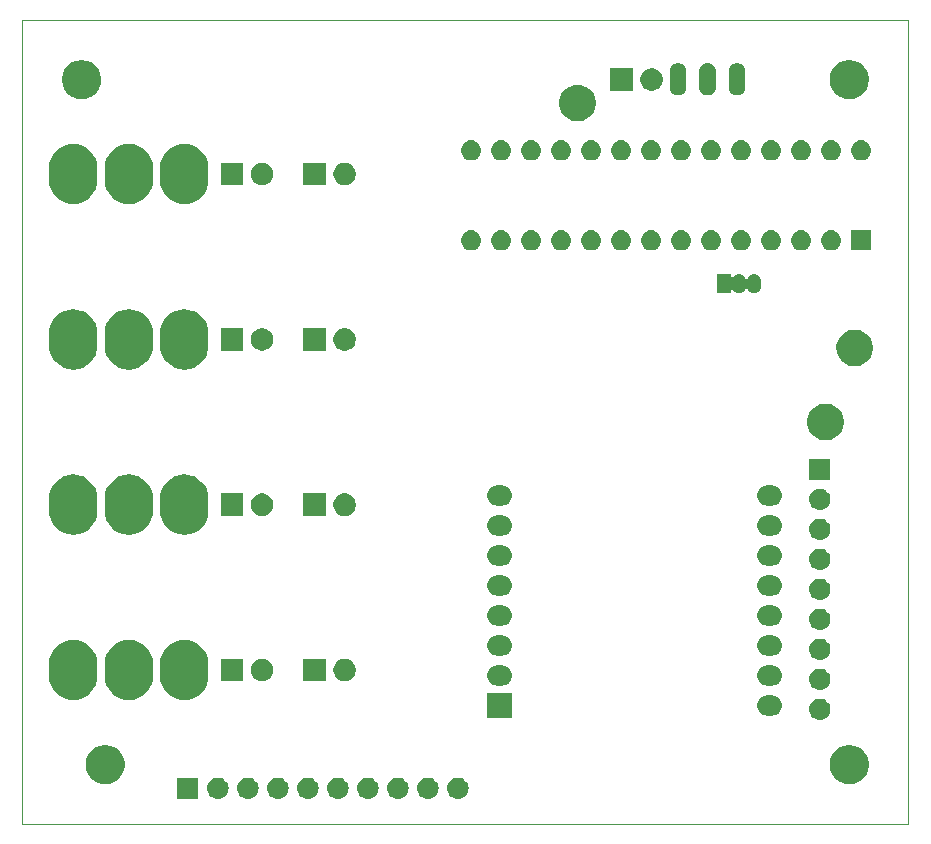
<source format=gbr>
G04 #@! TF.GenerationSoftware,KiCad,Pcbnew,5.1.2-f72e74a~84~ubuntu18.04.1*
G04 #@! TF.CreationDate,2019-06-11T17:55:48+02:00*
G04 #@! TF.ProjectId,ESP-Multiio,4553502d-4d75-46c7-9469-696f2e6b6963,rev?*
G04 #@! TF.SameCoordinates,Original*
G04 #@! TF.FileFunction,Soldermask,Top*
G04 #@! TF.FilePolarity,Negative*
%FSLAX46Y46*%
G04 Gerber Fmt 4.6, Leading zero omitted, Abs format (unit mm)*
G04 Created by KiCad (PCBNEW 5.1.2-f72e74a~84~ubuntu18.04.1) date 2019-06-11 17:55:48*
%MOMM*%
%LPD*%
G04 APERTURE LIST*
%ADD10C,0.050000*%
%ADD11C,0.100000*%
G04 APERTURE END LIST*
D10*
X152000000Y-95000000D02*
X77000000Y-95000000D01*
X152000000Y-27000000D02*
X152000000Y-95000000D01*
X77000000Y-27000000D02*
X152000000Y-27000000D01*
X77000000Y-27000000D02*
X77000000Y-95000000D01*
D11*
G36*
X103810442Y-91105518D02*
G01*
X103876627Y-91112037D01*
X104046466Y-91163557D01*
X104202991Y-91247222D01*
X104238729Y-91276552D01*
X104340186Y-91359814D01*
X104423448Y-91461271D01*
X104452778Y-91497009D01*
X104536443Y-91653534D01*
X104587963Y-91823373D01*
X104605359Y-92000000D01*
X104587963Y-92176627D01*
X104536443Y-92346466D01*
X104452778Y-92502991D01*
X104423448Y-92538729D01*
X104340186Y-92640186D01*
X104238729Y-92723448D01*
X104202991Y-92752778D01*
X104046466Y-92836443D01*
X103876627Y-92887963D01*
X103810443Y-92894481D01*
X103744260Y-92901000D01*
X103655740Y-92901000D01*
X103589557Y-92894481D01*
X103523373Y-92887963D01*
X103353534Y-92836443D01*
X103197009Y-92752778D01*
X103161271Y-92723448D01*
X103059814Y-92640186D01*
X102976552Y-92538729D01*
X102947222Y-92502991D01*
X102863557Y-92346466D01*
X102812037Y-92176627D01*
X102794641Y-92000000D01*
X102812037Y-91823373D01*
X102863557Y-91653534D01*
X102947222Y-91497009D01*
X102976552Y-91461271D01*
X103059814Y-91359814D01*
X103161271Y-91276552D01*
X103197009Y-91247222D01*
X103353534Y-91163557D01*
X103523373Y-91112037D01*
X103589558Y-91105518D01*
X103655740Y-91099000D01*
X103744260Y-91099000D01*
X103810442Y-91105518D01*
X103810442Y-91105518D01*
G37*
G36*
X91901000Y-92901000D02*
G01*
X90099000Y-92901000D01*
X90099000Y-91099000D01*
X91901000Y-91099000D01*
X91901000Y-92901000D01*
X91901000Y-92901000D01*
G37*
G36*
X93650442Y-91105518D02*
G01*
X93716627Y-91112037D01*
X93886466Y-91163557D01*
X94042991Y-91247222D01*
X94078729Y-91276552D01*
X94180186Y-91359814D01*
X94263448Y-91461271D01*
X94292778Y-91497009D01*
X94376443Y-91653534D01*
X94427963Y-91823373D01*
X94445359Y-92000000D01*
X94427963Y-92176627D01*
X94376443Y-92346466D01*
X94292778Y-92502991D01*
X94263448Y-92538729D01*
X94180186Y-92640186D01*
X94078729Y-92723448D01*
X94042991Y-92752778D01*
X93886466Y-92836443D01*
X93716627Y-92887963D01*
X93650443Y-92894481D01*
X93584260Y-92901000D01*
X93495740Y-92901000D01*
X93429557Y-92894481D01*
X93363373Y-92887963D01*
X93193534Y-92836443D01*
X93037009Y-92752778D01*
X93001271Y-92723448D01*
X92899814Y-92640186D01*
X92816552Y-92538729D01*
X92787222Y-92502991D01*
X92703557Y-92346466D01*
X92652037Y-92176627D01*
X92634641Y-92000000D01*
X92652037Y-91823373D01*
X92703557Y-91653534D01*
X92787222Y-91497009D01*
X92816552Y-91461271D01*
X92899814Y-91359814D01*
X93001271Y-91276552D01*
X93037009Y-91247222D01*
X93193534Y-91163557D01*
X93363373Y-91112037D01*
X93429558Y-91105518D01*
X93495740Y-91099000D01*
X93584260Y-91099000D01*
X93650442Y-91105518D01*
X93650442Y-91105518D01*
G37*
G36*
X96190442Y-91105518D02*
G01*
X96256627Y-91112037D01*
X96426466Y-91163557D01*
X96582991Y-91247222D01*
X96618729Y-91276552D01*
X96720186Y-91359814D01*
X96803448Y-91461271D01*
X96832778Y-91497009D01*
X96916443Y-91653534D01*
X96967963Y-91823373D01*
X96985359Y-92000000D01*
X96967963Y-92176627D01*
X96916443Y-92346466D01*
X96832778Y-92502991D01*
X96803448Y-92538729D01*
X96720186Y-92640186D01*
X96618729Y-92723448D01*
X96582991Y-92752778D01*
X96426466Y-92836443D01*
X96256627Y-92887963D01*
X96190443Y-92894481D01*
X96124260Y-92901000D01*
X96035740Y-92901000D01*
X95969557Y-92894481D01*
X95903373Y-92887963D01*
X95733534Y-92836443D01*
X95577009Y-92752778D01*
X95541271Y-92723448D01*
X95439814Y-92640186D01*
X95356552Y-92538729D01*
X95327222Y-92502991D01*
X95243557Y-92346466D01*
X95192037Y-92176627D01*
X95174641Y-92000000D01*
X95192037Y-91823373D01*
X95243557Y-91653534D01*
X95327222Y-91497009D01*
X95356552Y-91461271D01*
X95439814Y-91359814D01*
X95541271Y-91276552D01*
X95577009Y-91247222D01*
X95733534Y-91163557D01*
X95903373Y-91112037D01*
X95969558Y-91105518D01*
X96035740Y-91099000D01*
X96124260Y-91099000D01*
X96190442Y-91105518D01*
X96190442Y-91105518D01*
G37*
G36*
X98730442Y-91105518D02*
G01*
X98796627Y-91112037D01*
X98966466Y-91163557D01*
X99122991Y-91247222D01*
X99158729Y-91276552D01*
X99260186Y-91359814D01*
X99343448Y-91461271D01*
X99372778Y-91497009D01*
X99456443Y-91653534D01*
X99507963Y-91823373D01*
X99525359Y-92000000D01*
X99507963Y-92176627D01*
X99456443Y-92346466D01*
X99372778Y-92502991D01*
X99343448Y-92538729D01*
X99260186Y-92640186D01*
X99158729Y-92723448D01*
X99122991Y-92752778D01*
X98966466Y-92836443D01*
X98796627Y-92887963D01*
X98730443Y-92894481D01*
X98664260Y-92901000D01*
X98575740Y-92901000D01*
X98509557Y-92894481D01*
X98443373Y-92887963D01*
X98273534Y-92836443D01*
X98117009Y-92752778D01*
X98081271Y-92723448D01*
X97979814Y-92640186D01*
X97896552Y-92538729D01*
X97867222Y-92502991D01*
X97783557Y-92346466D01*
X97732037Y-92176627D01*
X97714641Y-92000000D01*
X97732037Y-91823373D01*
X97783557Y-91653534D01*
X97867222Y-91497009D01*
X97896552Y-91461271D01*
X97979814Y-91359814D01*
X98081271Y-91276552D01*
X98117009Y-91247222D01*
X98273534Y-91163557D01*
X98443373Y-91112037D01*
X98509558Y-91105518D01*
X98575740Y-91099000D01*
X98664260Y-91099000D01*
X98730442Y-91105518D01*
X98730442Y-91105518D01*
G37*
G36*
X101270442Y-91105518D02*
G01*
X101336627Y-91112037D01*
X101506466Y-91163557D01*
X101662991Y-91247222D01*
X101698729Y-91276552D01*
X101800186Y-91359814D01*
X101883448Y-91461271D01*
X101912778Y-91497009D01*
X101996443Y-91653534D01*
X102047963Y-91823373D01*
X102065359Y-92000000D01*
X102047963Y-92176627D01*
X101996443Y-92346466D01*
X101912778Y-92502991D01*
X101883448Y-92538729D01*
X101800186Y-92640186D01*
X101698729Y-92723448D01*
X101662991Y-92752778D01*
X101506466Y-92836443D01*
X101336627Y-92887963D01*
X101270443Y-92894481D01*
X101204260Y-92901000D01*
X101115740Y-92901000D01*
X101049557Y-92894481D01*
X100983373Y-92887963D01*
X100813534Y-92836443D01*
X100657009Y-92752778D01*
X100621271Y-92723448D01*
X100519814Y-92640186D01*
X100436552Y-92538729D01*
X100407222Y-92502991D01*
X100323557Y-92346466D01*
X100272037Y-92176627D01*
X100254641Y-92000000D01*
X100272037Y-91823373D01*
X100323557Y-91653534D01*
X100407222Y-91497009D01*
X100436552Y-91461271D01*
X100519814Y-91359814D01*
X100621271Y-91276552D01*
X100657009Y-91247222D01*
X100813534Y-91163557D01*
X100983373Y-91112037D01*
X101049558Y-91105518D01*
X101115740Y-91099000D01*
X101204260Y-91099000D01*
X101270442Y-91105518D01*
X101270442Y-91105518D01*
G37*
G36*
X111430442Y-91105518D02*
G01*
X111496627Y-91112037D01*
X111666466Y-91163557D01*
X111822991Y-91247222D01*
X111858729Y-91276552D01*
X111960186Y-91359814D01*
X112043448Y-91461271D01*
X112072778Y-91497009D01*
X112156443Y-91653534D01*
X112207963Y-91823373D01*
X112225359Y-92000000D01*
X112207963Y-92176627D01*
X112156443Y-92346466D01*
X112072778Y-92502991D01*
X112043448Y-92538729D01*
X111960186Y-92640186D01*
X111858729Y-92723448D01*
X111822991Y-92752778D01*
X111666466Y-92836443D01*
X111496627Y-92887963D01*
X111430443Y-92894481D01*
X111364260Y-92901000D01*
X111275740Y-92901000D01*
X111209557Y-92894481D01*
X111143373Y-92887963D01*
X110973534Y-92836443D01*
X110817009Y-92752778D01*
X110781271Y-92723448D01*
X110679814Y-92640186D01*
X110596552Y-92538729D01*
X110567222Y-92502991D01*
X110483557Y-92346466D01*
X110432037Y-92176627D01*
X110414641Y-92000000D01*
X110432037Y-91823373D01*
X110483557Y-91653534D01*
X110567222Y-91497009D01*
X110596552Y-91461271D01*
X110679814Y-91359814D01*
X110781271Y-91276552D01*
X110817009Y-91247222D01*
X110973534Y-91163557D01*
X111143373Y-91112037D01*
X111209558Y-91105518D01*
X111275740Y-91099000D01*
X111364260Y-91099000D01*
X111430442Y-91105518D01*
X111430442Y-91105518D01*
G37*
G36*
X113970442Y-91105518D02*
G01*
X114036627Y-91112037D01*
X114206466Y-91163557D01*
X114362991Y-91247222D01*
X114398729Y-91276552D01*
X114500186Y-91359814D01*
X114583448Y-91461271D01*
X114612778Y-91497009D01*
X114696443Y-91653534D01*
X114747963Y-91823373D01*
X114765359Y-92000000D01*
X114747963Y-92176627D01*
X114696443Y-92346466D01*
X114612778Y-92502991D01*
X114583448Y-92538729D01*
X114500186Y-92640186D01*
X114398729Y-92723448D01*
X114362991Y-92752778D01*
X114206466Y-92836443D01*
X114036627Y-92887963D01*
X113970443Y-92894481D01*
X113904260Y-92901000D01*
X113815740Y-92901000D01*
X113749557Y-92894481D01*
X113683373Y-92887963D01*
X113513534Y-92836443D01*
X113357009Y-92752778D01*
X113321271Y-92723448D01*
X113219814Y-92640186D01*
X113136552Y-92538729D01*
X113107222Y-92502991D01*
X113023557Y-92346466D01*
X112972037Y-92176627D01*
X112954641Y-92000000D01*
X112972037Y-91823373D01*
X113023557Y-91653534D01*
X113107222Y-91497009D01*
X113136552Y-91461271D01*
X113219814Y-91359814D01*
X113321271Y-91276552D01*
X113357009Y-91247222D01*
X113513534Y-91163557D01*
X113683373Y-91112037D01*
X113749558Y-91105518D01*
X113815740Y-91099000D01*
X113904260Y-91099000D01*
X113970442Y-91105518D01*
X113970442Y-91105518D01*
G37*
G36*
X106350442Y-91105518D02*
G01*
X106416627Y-91112037D01*
X106586466Y-91163557D01*
X106742991Y-91247222D01*
X106778729Y-91276552D01*
X106880186Y-91359814D01*
X106963448Y-91461271D01*
X106992778Y-91497009D01*
X107076443Y-91653534D01*
X107127963Y-91823373D01*
X107145359Y-92000000D01*
X107127963Y-92176627D01*
X107076443Y-92346466D01*
X106992778Y-92502991D01*
X106963448Y-92538729D01*
X106880186Y-92640186D01*
X106778729Y-92723448D01*
X106742991Y-92752778D01*
X106586466Y-92836443D01*
X106416627Y-92887963D01*
X106350443Y-92894481D01*
X106284260Y-92901000D01*
X106195740Y-92901000D01*
X106129557Y-92894481D01*
X106063373Y-92887963D01*
X105893534Y-92836443D01*
X105737009Y-92752778D01*
X105701271Y-92723448D01*
X105599814Y-92640186D01*
X105516552Y-92538729D01*
X105487222Y-92502991D01*
X105403557Y-92346466D01*
X105352037Y-92176627D01*
X105334641Y-92000000D01*
X105352037Y-91823373D01*
X105403557Y-91653534D01*
X105487222Y-91497009D01*
X105516552Y-91461271D01*
X105599814Y-91359814D01*
X105701271Y-91276552D01*
X105737009Y-91247222D01*
X105893534Y-91163557D01*
X106063373Y-91112037D01*
X106129558Y-91105518D01*
X106195740Y-91099000D01*
X106284260Y-91099000D01*
X106350442Y-91105518D01*
X106350442Y-91105518D01*
G37*
G36*
X108890442Y-91105518D02*
G01*
X108956627Y-91112037D01*
X109126466Y-91163557D01*
X109282991Y-91247222D01*
X109318729Y-91276552D01*
X109420186Y-91359814D01*
X109503448Y-91461271D01*
X109532778Y-91497009D01*
X109616443Y-91653534D01*
X109667963Y-91823373D01*
X109685359Y-92000000D01*
X109667963Y-92176627D01*
X109616443Y-92346466D01*
X109532778Y-92502991D01*
X109503448Y-92538729D01*
X109420186Y-92640186D01*
X109318729Y-92723448D01*
X109282991Y-92752778D01*
X109126466Y-92836443D01*
X108956627Y-92887963D01*
X108890443Y-92894481D01*
X108824260Y-92901000D01*
X108735740Y-92901000D01*
X108669557Y-92894481D01*
X108603373Y-92887963D01*
X108433534Y-92836443D01*
X108277009Y-92752778D01*
X108241271Y-92723448D01*
X108139814Y-92640186D01*
X108056552Y-92538729D01*
X108027222Y-92502991D01*
X107943557Y-92346466D01*
X107892037Y-92176627D01*
X107874641Y-92000000D01*
X107892037Y-91823373D01*
X107943557Y-91653534D01*
X108027222Y-91497009D01*
X108056552Y-91461271D01*
X108139814Y-91359814D01*
X108241271Y-91276552D01*
X108277009Y-91247222D01*
X108433534Y-91163557D01*
X108603373Y-91112037D01*
X108669558Y-91105518D01*
X108735740Y-91099000D01*
X108824260Y-91099000D01*
X108890442Y-91105518D01*
X108890442Y-91105518D01*
G37*
G36*
X147375256Y-88391298D02*
G01*
X147481579Y-88412447D01*
X147782042Y-88536903D01*
X148052451Y-88717585D01*
X148282415Y-88947549D01*
X148463097Y-89217958D01*
X148587553Y-89518421D01*
X148651000Y-89837391D01*
X148651000Y-90162609D01*
X148587553Y-90481579D01*
X148463097Y-90782042D01*
X148282415Y-91052451D01*
X148052451Y-91282415D01*
X147782042Y-91463097D01*
X147481579Y-91587553D01*
X147375256Y-91608702D01*
X147162611Y-91651000D01*
X146837389Y-91651000D01*
X146624744Y-91608702D01*
X146518421Y-91587553D01*
X146217958Y-91463097D01*
X145947549Y-91282415D01*
X145717585Y-91052451D01*
X145536903Y-90782042D01*
X145412447Y-90481579D01*
X145349000Y-90162609D01*
X145349000Y-89837391D01*
X145412447Y-89518421D01*
X145536903Y-89217958D01*
X145717585Y-88947549D01*
X145947549Y-88717585D01*
X146217958Y-88536903D01*
X146518421Y-88412447D01*
X146624744Y-88391298D01*
X146837389Y-88349000D01*
X147162611Y-88349000D01*
X147375256Y-88391298D01*
X147375256Y-88391298D01*
G37*
G36*
X84375256Y-88391298D02*
G01*
X84481579Y-88412447D01*
X84782042Y-88536903D01*
X85052451Y-88717585D01*
X85282415Y-88947549D01*
X85463097Y-89217958D01*
X85587553Y-89518421D01*
X85651000Y-89837391D01*
X85651000Y-90162609D01*
X85587553Y-90481579D01*
X85463097Y-90782042D01*
X85282415Y-91052451D01*
X85052451Y-91282415D01*
X84782042Y-91463097D01*
X84481579Y-91587553D01*
X84375256Y-91608702D01*
X84162611Y-91651000D01*
X83837389Y-91651000D01*
X83624744Y-91608702D01*
X83518421Y-91587553D01*
X83217958Y-91463097D01*
X82947549Y-91282415D01*
X82717585Y-91052451D01*
X82536903Y-90782042D01*
X82412447Y-90481579D01*
X82349000Y-90162609D01*
X82349000Y-89837391D01*
X82412447Y-89518421D01*
X82536903Y-89217958D01*
X82717585Y-88947549D01*
X82947549Y-88717585D01*
X83217958Y-88536903D01*
X83518421Y-88412447D01*
X83624744Y-88391298D01*
X83837389Y-88349000D01*
X84162611Y-88349000D01*
X84375256Y-88391298D01*
X84375256Y-88391298D01*
G37*
G36*
X144610443Y-84425519D02*
G01*
X144676627Y-84432037D01*
X144846466Y-84483557D01*
X145002991Y-84567222D01*
X145038729Y-84596552D01*
X145140186Y-84679814D01*
X145223448Y-84781271D01*
X145252778Y-84817009D01*
X145336443Y-84973534D01*
X145387963Y-85143373D01*
X145405359Y-85320000D01*
X145387963Y-85496627D01*
X145336443Y-85666466D01*
X145252778Y-85822991D01*
X145229791Y-85851000D01*
X145140186Y-85960186D01*
X145038729Y-86043448D01*
X145002991Y-86072778D01*
X144846466Y-86156443D01*
X144676627Y-86207963D01*
X144610442Y-86214482D01*
X144544260Y-86221000D01*
X144455740Y-86221000D01*
X144389558Y-86214482D01*
X144323373Y-86207963D01*
X144153534Y-86156443D01*
X143997009Y-86072778D01*
X143961271Y-86043448D01*
X143859814Y-85960186D01*
X143770209Y-85851000D01*
X143747222Y-85822991D01*
X143663557Y-85666466D01*
X143612037Y-85496627D01*
X143594641Y-85320000D01*
X143612037Y-85143373D01*
X143663557Y-84973534D01*
X143747222Y-84817009D01*
X143776552Y-84781271D01*
X143859814Y-84679814D01*
X143961271Y-84596552D01*
X143997009Y-84567222D01*
X144153534Y-84483557D01*
X144323373Y-84432037D01*
X144389557Y-84425519D01*
X144455740Y-84419000D01*
X144544260Y-84419000D01*
X144610443Y-84425519D01*
X144610443Y-84425519D01*
G37*
G36*
X118451000Y-86051000D02*
G01*
X116349000Y-86051000D01*
X116349000Y-83949000D01*
X118451000Y-83949000D01*
X118451000Y-86051000D01*
X118451000Y-86051000D01*
G37*
G36*
X140626823Y-84161313D02*
G01*
X140787242Y-84209976D01*
X140919906Y-84280886D01*
X140935078Y-84288996D01*
X141064659Y-84395341D01*
X141171004Y-84524922D01*
X141171005Y-84524924D01*
X141250024Y-84672758D01*
X141250025Y-84672761D01*
X141252165Y-84679815D01*
X141298687Y-84833177D01*
X141315117Y-85000000D01*
X141298687Y-85166823D01*
X141250024Y-85327242D01*
X141179114Y-85459906D01*
X141171004Y-85475078D01*
X141064659Y-85604659D01*
X140935078Y-85711004D01*
X140935076Y-85711005D01*
X140787242Y-85790024D01*
X140626823Y-85838687D01*
X140501804Y-85851000D01*
X140018196Y-85851000D01*
X139893177Y-85838687D01*
X139732758Y-85790024D01*
X139584924Y-85711005D01*
X139584922Y-85711004D01*
X139455341Y-85604659D01*
X139348996Y-85475078D01*
X139340886Y-85459906D01*
X139269976Y-85327242D01*
X139221313Y-85166823D01*
X139204883Y-85000000D01*
X139221313Y-84833177D01*
X139267835Y-84679815D01*
X139269975Y-84672761D01*
X139269976Y-84672758D01*
X139348995Y-84524924D01*
X139348996Y-84524922D01*
X139455341Y-84395341D01*
X139584922Y-84288996D01*
X139600094Y-84280886D01*
X139732758Y-84209976D01*
X139893177Y-84161313D01*
X140018196Y-84149000D01*
X140501804Y-84149000D01*
X140626823Y-84161313D01*
X140626823Y-84161313D01*
G37*
G36*
X91102065Y-79478677D02*
G01*
X91388085Y-79565440D01*
X91488684Y-79595956D01*
X91844983Y-79786402D01*
X91844986Y-79786404D01*
X91844987Y-79786405D01*
X92157293Y-80042707D01*
X92413595Y-80355013D01*
X92413598Y-80355017D01*
X92604044Y-80711316D01*
X92604045Y-80711319D01*
X92721323Y-81097934D01*
X92737414Y-81261309D01*
X92751000Y-81399249D01*
X92751000Y-82600750D01*
X92748432Y-82626823D01*
X92721323Y-82902065D01*
X92639741Y-83171005D01*
X92604044Y-83288684D01*
X92413598Y-83644983D01*
X92413596Y-83644986D01*
X92413595Y-83644987D01*
X92157293Y-83957293D01*
X91844987Y-84213595D01*
X91844983Y-84213598D01*
X91488684Y-84404044D01*
X91488681Y-84404045D01*
X91102066Y-84521323D01*
X90700000Y-84560923D01*
X90297935Y-84521323D01*
X89911320Y-84404045D01*
X89911317Y-84404044D01*
X89555018Y-84213598D01*
X89555014Y-84213595D01*
X89242708Y-83957293D01*
X88986406Y-83644987D01*
X88986405Y-83644986D01*
X88986403Y-83644983D01*
X88795956Y-83288684D01*
X88784229Y-83250024D01*
X88678677Y-82902066D01*
X88649539Y-82606225D01*
X88649000Y-82600751D01*
X88649000Y-81399250D01*
X88662586Y-81261309D01*
X88678677Y-81097935D01*
X88795955Y-80711320D01*
X88795956Y-80711316D01*
X88986402Y-80355017D01*
X88986405Y-80355013D01*
X89242707Y-80042707D01*
X89555013Y-79786405D01*
X89555014Y-79786404D01*
X89555017Y-79786402D01*
X89911316Y-79595956D01*
X89911319Y-79595955D01*
X90297934Y-79478677D01*
X90700000Y-79439077D01*
X91102065Y-79478677D01*
X91102065Y-79478677D01*
G37*
G36*
X81702065Y-79478677D02*
G01*
X81988085Y-79565440D01*
X82088684Y-79595956D01*
X82444983Y-79786402D01*
X82444986Y-79786404D01*
X82444987Y-79786405D01*
X82757293Y-80042707D01*
X83013595Y-80355013D01*
X83013598Y-80355017D01*
X83204044Y-80711316D01*
X83204045Y-80711319D01*
X83321323Y-81097934D01*
X83337414Y-81261309D01*
X83351000Y-81399249D01*
X83351000Y-82600750D01*
X83348432Y-82626823D01*
X83321323Y-82902065D01*
X83239741Y-83171005D01*
X83204044Y-83288684D01*
X83013598Y-83644983D01*
X83013596Y-83644986D01*
X83013595Y-83644987D01*
X82757293Y-83957293D01*
X82444987Y-84213595D01*
X82444983Y-84213598D01*
X82088684Y-84404044D01*
X82088681Y-84404045D01*
X81702066Y-84521323D01*
X81300000Y-84560923D01*
X80897935Y-84521323D01*
X80511320Y-84404045D01*
X80511317Y-84404044D01*
X80155018Y-84213598D01*
X80155014Y-84213595D01*
X79842708Y-83957293D01*
X79586406Y-83644987D01*
X79586405Y-83644986D01*
X79586403Y-83644983D01*
X79395956Y-83288684D01*
X79384229Y-83250024D01*
X79278677Y-82902066D01*
X79249539Y-82606225D01*
X79249000Y-82600751D01*
X79249000Y-81399250D01*
X79262586Y-81261309D01*
X79278677Y-81097935D01*
X79395955Y-80711320D01*
X79395956Y-80711316D01*
X79586402Y-80355017D01*
X79586405Y-80355013D01*
X79842707Y-80042707D01*
X80155013Y-79786405D01*
X80155014Y-79786404D01*
X80155017Y-79786402D01*
X80511316Y-79595956D01*
X80511319Y-79595955D01*
X80897934Y-79478677D01*
X81300000Y-79439077D01*
X81702065Y-79478677D01*
X81702065Y-79478677D01*
G37*
G36*
X86402065Y-79478677D02*
G01*
X86688085Y-79565440D01*
X86788684Y-79595956D01*
X87144983Y-79786402D01*
X87144986Y-79786404D01*
X87144987Y-79786405D01*
X87457293Y-80042707D01*
X87713595Y-80355013D01*
X87713598Y-80355017D01*
X87904044Y-80711316D01*
X87904045Y-80711319D01*
X88021323Y-81097934D01*
X88037414Y-81261309D01*
X88051000Y-81399249D01*
X88051000Y-82600750D01*
X88048432Y-82626823D01*
X88021323Y-82902065D01*
X87939741Y-83171005D01*
X87904044Y-83288684D01*
X87713598Y-83644983D01*
X87713596Y-83644986D01*
X87713595Y-83644987D01*
X87457293Y-83957293D01*
X87144987Y-84213595D01*
X87144983Y-84213598D01*
X86788684Y-84404044D01*
X86788681Y-84404045D01*
X86402066Y-84521323D01*
X86000000Y-84560923D01*
X85597935Y-84521323D01*
X85211320Y-84404045D01*
X85211317Y-84404044D01*
X84855018Y-84213598D01*
X84855014Y-84213595D01*
X84542708Y-83957293D01*
X84286406Y-83644987D01*
X84286405Y-83644986D01*
X84286403Y-83644983D01*
X84095956Y-83288684D01*
X84084229Y-83250024D01*
X83978677Y-82902066D01*
X83949539Y-82606225D01*
X83949000Y-82600751D01*
X83949000Y-81399250D01*
X83962586Y-81261309D01*
X83978677Y-81097935D01*
X84095955Y-80711320D01*
X84095956Y-80711316D01*
X84286402Y-80355017D01*
X84286405Y-80355013D01*
X84542707Y-80042707D01*
X84855013Y-79786405D01*
X84855014Y-79786404D01*
X84855017Y-79786402D01*
X85211316Y-79595956D01*
X85211319Y-79595955D01*
X85597934Y-79478677D01*
X86000000Y-79439077D01*
X86402065Y-79478677D01*
X86402065Y-79478677D01*
G37*
G36*
X144610442Y-81885518D02*
G01*
X144676627Y-81892037D01*
X144846466Y-81943557D01*
X145002991Y-82027222D01*
X145038729Y-82056552D01*
X145140186Y-82139814D01*
X145223448Y-82241271D01*
X145252778Y-82277009D01*
X145336443Y-82433534D01*
X145387963Y-82603373D01*
X145405359Y-82780000D01*
X145387963Y-82956627D01*
X145336443Y-83126466D01*
X145252778Y-83282991D01*
X145229791Y-83311000D01*
X145140186Y-83420186D01*
X145038729Y-83503448D01*
X145002991Y-83532778D01*
X144846466Y-83616443D01*
X144676627Y-83667963D01*
X144610442Y-83674482D01*
X144544260Y-83681000D01*
X144455740Y-83681000D01*
X144389558Y-83674482D01*
X144323373Y-83667963D01*
X144153534Y-83616443D01*
X143997009Y-83532778D01*
X143961271Y-83503448D01*
X143859814Y-83420186D01*
X143770209Y-83311000D01*
X143747222Y-83282991D01*
X143663557Y-83126466D01*
X143612037Y-82956627D01*
X143594641Y-82780000D01*
X143612037Y-82603373D01*
X143663557Y-82433534D01*
X143747222Y-82277009D01*
X143776552Y-82241271D01*
X143859814Y-82139814D01*
X143961271Y-82056552D01*
X143997009Y-82027222D01*
X144153534Y-81943557D01*
X144323373Y-81892037D01*
X144389558Y-81885518D01*
X144455740Y-81879000D01*
X144544260Y-81879000D01*
X144610442Y-81885518D01*
X144610442Y-81885518D01*
G37*
G36*
X140626823Y-81621313D02*
G01*
X140787242Y-81669976D01*
X140885702Y-81722604D01*
X140935078Y-81748996D01*
X141064659Y-81855341D01*
X141171004Y-81984922D01*
X141171005Y-81984924D01*
X141250024Y-82132758D01*
X141250025Y-82132761D01*
X141252165Y-82139815D01*
X141298687Y-82293177D01*
X141315117Y-82460000D01*
X141298687Y-82626823D01*
X141250024Y-82787242D01*
X141188651Y-82902063D01*
X141171004Y-82935078D01*
X141064659Y-83064659D01*
X140935078Y-83171004D01*
X140935076Y-83171005D01*
X140787242Y-83250024D01*
X140626823Y-83298687D01*
X140501804Y-83311000D01*
X140018196Y-83311000D01*
X139893177Y-83298687D01*
X139732758Y-83250024D01*
X139584924Y-83171005D01*
X139584922Y-83171004D01*
X139455341Y-83064659D01*
X139348996Y-82935078D01*
X139331349Y-82902063D01*
X139269976Y-82787242D01*
X139221313Y-82626823D01*
X139204883Y-82460000D01*
X139221313Y-82293177D01*
X139267835Y-82139815D01*
X139269975Y-82132761D01*
X139269976Y-82132758D01*
X139348995Y-81984924D01*
X139348996Y-81984922D01*
X139455341Y-81855341D01*
X139584922Y-81748996D01*
X139634298Y-81722604D01*
X139732758Y-81669976D01*
X139893177Y-81621313D01*
X140018196Y-81609000D01*
X140501804Y-81609000D01*
X140626823Y-81621313D01*
X140626823Y-81621313D01*
G37*
G36*
X117766823Y-81621313D02*
G01*
X117927242Y-81669976D01*
X118025702Y-81722604D01*
X118075078Y-81748996D01*
X118204659Y-81855341D01*
X118311004Y-81984922D01*
X118311005Y-81984924D01*
X118390024Y-82132758D01*
X118390025Y-82132761D01*
X118392165Y-82139815D01*
X118438687Y-82293177D01*
X118455117Y-82460000D01*
X118438687Y-82626823D01*
X118390024Y-82787242D01*
X118328651Y-82902063D01*
X118311004Y-82935078D01*
X118204659Y-83064659D01*
X118075078Y-83171004D01*
X118075076Y-83171005D01*
X117927242Y-83250024D01*
X117766823Y-83298687D01*
X117641804Y-83311000D01*
X117158196Y-83311000D01*
X117033177Y-83298687D01*
X116872758Y-83250024D01*
X116724924Y-83171005D01*
X116724922Y-83171004D01*
X116595341Y-83064659D01*
X116488996Y-82935078D01*
X116471349Y-82902063D01*
X116409976Y-82787242D01*
X116361313Y-82626823D01*
X116344883Y-82460000D01*
X116361313Y-82293177D01*
X116407835Y-82139815D01*
X116409975Y-82132761D01*
X116409976Y-82132758D01*
X116488995Y-81984924D01*
X116488996Y-81984922D01*
X116595341Y-81855341D01*
X116724922Y-81748996D01*
X116774298Y-81722604D01*
X116872758Y-81669976D01*
X117033177Y-81621313D01*
X117158196Y-81609000D01*
X117641804Y-81609000D01*
X117766823Y-81621313D01*
X117766823Y-81621313D01*
G37*
G36*
X97547395Y-81085546D02*
G01*
X97720466Y-81157234D01*
X97720467Y-81157235D01*
X97876227Y-81261310D01*
X98008690Y-81393773D01*
X98012350Y-81399251D01*
X98112766Y-81549534D01*
X98184454Y-81722605D01*
X98221000Y-81906333D01*
X98221000Y-82093667D01*
X98184454Y-82277395D01*
X98112766Y-82450466D01*
X98061081Y-82527818D01*
X98008690Y-82606227D01*
X97876227Y-82738690D01*
X97814402Y-82780000D01*
X97720466Y-82842766D01*
X97547395Y-82914454D01*
X97363667Y-82951000D01*
X97176333Y-82951000D01*
X96992605Y-82914454D01*
X96819534Y-82842766D01*
X96725598Y-82780000D01*
X96663773Y-82738690D01*
X96531310Y-82606227D01*
X96478919Y-82527818D01*
X96427234Y-82450466D01*
X96355546Y-82277395D01*
X96319000Y-82093667D01*
X96319000Y-81906333D01*
X96355546Y-81722605D01*
X96427234Y-81549534D01*
X96527650Y-81399251D01*
X96531310Y-81393773D01*
X96663773Y-81261310D01*
X96819533Y-81157235D01*
X96819534Y-81157234D01*
X96992605Y-81085546D01*
X97176333Y-81049000D01*
X97363667Y-81049000D01*
X97547395Y-81085546D01*
X97547395Y-81085546D01*
G37*
G36*
X102681000Y-82951000D02*
G01*
X100779000Y-82951000D01*
X100779000Y-81049000D01*
X102681000Y-81049000D01*
X102681000Y-82951000D01*
X102681000Y-82951000D01*
G37*
G36*
X95681000Y-82951000D02*
G01*
X93779000Y-82951000D01*
X93779000Y-81049000D01*
X95681000Y-81049000D01*
X95681000Y-82951000D01*
X95681000Y-82951000D01*
G37*
G36*
X104547395Y-81085546D02*
G01*
X104720466Y-81157234D01*
X104720467Y-81157235D01*
X104876227Y-81261310D01*
X105008690Y-81393773D01*
X105012350Y-81399251D01*
X105112766Y-81549534D01*
X105184454Y-81722605D01*
X105221000Y-81906333D01*
X105221000Y-82093667D01*
X105184454Y-82277395D01*
X105112766Y-82450466D01*
X105061081Y-82527818D01*
X105008690Y-82606227D01*
X104876227Y-82738690D01*
X104814402Y-82780000D01*
X104720466Y-82842766D01*
X104547395Y-82914454D01*
X104363667Y-82951000D01*
X104176333Y-82951000D01*
X103992605Y-82914454D01*
X103819534Y-82842766D01*
X103725598Y-82780000D01*
X103663773Y-82738690D01*
X103531310Y-82606227D01*
X103478919Y-82527818D01*
X103427234Y-82450466D01*
X103355546Y-82277395D01*
X103319000Y-82093667D01*
X103319000Y-81906333D01*
X103355546Y-81722605D01*
X103427234Y-81549534D01*
X103527650Y-81399251D01*
X103531310Y-81393773D01*
X103663773Y-81261310D01*
X103819533Y-81157235D01*
X103819534Y-81157234D01*
X103992605Y-81085546D01*
X104176333Y-81049000D01*
X104363667Y-81049000D01*
X104547395Y-81085546D01*
X104547395Y-81085546D01*
G37*
G36*
X144610442Y-79345518D02*
G01*
X144676627Y-79352037D01*
X144846466Y-79403557D01*
X145002991Y-79487222D01*
X145038729Y-79516552D01*
X145140186Y-79599814D01*
X145223448Y-79701271D01*
X145252778Y-79737009D01*
X145336443Y-79893534D01*
X145387963Y-80063373D01*
X145405359Y-80240000D01*
X145387963Y-80416627D01*
X145336443Y-80586466D01*
X145252778Y-80742991D01*
X145229791Y-80771000D01*
X145140186Y-80880186D01*
X145038729Y-80963448D01*
X145002991Y-80992778D01*
X144846466Y-81076443D01*
X144676627Y-81127963D01*
X144610442Y-81134482D01*
X144544260Y-81141000D01*
X144455740Y-81141000D01*
X144389558Y-81134482D01*
X144323373Y-81127963D01*
X144153534Y-81076443D01*
X143997009Y-80992778D01*
X143961271Y-80963448D01*
X143859814Y-80880186D01*
X143770209Y-80771000D01*
X143747222Y-80742991D01*
X143663557Y-80586466D01*
X143612037Y-80416627D01*
X143594641Y-80240000D01*
X143612037Y-80063373D01*
X143663557Y-79893534D01*
X143747222Y-79737009D01*
X143776552Y-79701271D01*
X143859814Y-79599814D01*
X143961271Y-79516552D01*
X143997009Y-79487222D01*
X144153534Y-79403557D01*
X144323373Y-79352037D01*
X144389558Y-79345518D01*
X144455740Y-79339000D01*
X144544260Y-79339000D01*
X144610442Y-79345518D01*
X144610442Y-79345518D01*
G37*
G36*
X117766823Y-79081313D02*
G01*
X117927242Y-79129976D01*
X118059906Y-79200886D01*
X118075078Y-79208996D01*
X118204659Y-79315341D01*
X118311004Y-79444922D01*
X118311005Y-79444924D01*
X118390024Y-79592758D01*
X118390025Y-79592761D01*
X118392165Y-79599815D01*
X118438687Y-79753177D01*
X118455117Y-79920000D01*
X118438687Y-80086823D01*
X118390024Y-80247242D01*
X118332419Y-80355013D01*
X118311004Y-80395078D01*
X118204659Y-80524659D01*
X118075078Y-80631004D01*
X118075076Y-80631005D01*
X117927242Y-80710024D01*
X117766823Y-80758687D01*
X117641804Y-80771000D01*
X117158196Y-80771000D01*
X117033177Y-80758687D01*
X116872758Y-80710024D01*
X116724924Y-80631005D01*
X116724922Y-80631004D01*
X116595341Y-80524659D01*
X116488996Y-80395078D01*
X116467581Y-80355013D01*
X116409976Y-80247242D01*
X116361313Y-80086823D01*
X116344883Y-79920000D01*
X116361313Y-79753177D01*
X116407835Y-79599815D01*
X116409975Y-79592761D01*
X116409976Y-79592758D01*
X116488995Y-79444924D01*
X116488996Y-79444922D01*
X116595341Y-79315341D01*
X116724922Y-79208996D01*
X116740094Y-79200886D01*
X116872758Y-79129976D01*
X117033177Y-79081313D01*
X117158196Y-79069000D01*
X117641804Y-79069000D01*
X117766823Y-79081313D01*
X117766823Y-79081313D01*
G37*
G36*
X140626823Y-79081313D02*
G01*
X140787242Y-79129976D01*
X140919906Y-79200886D01*
X140935078Y-79208996D01*
X141064659Y-79315341D01*
X141171004Y-79444922D01*
X141171005Y-79444924D01*
X141250024Y-79592758D01*
X141250025Y-79592761D01*
X141252165Y-79599815D01*
X141298687Y-79753177D01*
X141315117Y-79920000D01*
X141298687Y-80086823D01*
X141250024Y-80247242D01*
X141192419Y-80355013D01*
X141171004Y-80395078D01*
X141064659Y-80524659D01*
X140935078Y-80631004D01*
X140935076Y-80631005D01*
X140787242Y-80710024D01*
X140626823Y-80758687D01*
X140501804Y-80771000D01*
X140018196Y-80771000D01*
X139893177Y-80758687D01*
X139732758Y-80710024D01*
X139584924Y-80631005D01*
X139584922Y-80631004D01*
X139455341Y-80524659D01*
X139348996Y-80395078D01*
X139327581Y-80355013D01*
X139269976Y-80247242D01*
X139221313Y-80086823D01*
X139204883Y-79920000D01*
X139221313Y-79753177D01*
X139267835Y-79599815D01*
X139269975Y-79592761D01*
X139269976Y-79592758D01*
X139348995Y-79444924D01*
X139348996Y-79444922D01*
X139455341Y-79315341D01*
X139584922Y-79208996D01*
X139600094Y-79200886D01*
X139732758Y-79129976D01*
X139893177Y-79081313D01*
X140018196Y-79069000D01*
X140501804Y-79069000D01*
X140626823Y-79081313D01*
X140626823Y-79081313D01*
G37*
G36*
X144610442Y-76805518D02*
G01*
X144676627Y-76812037D01*
X144846466Y-76863557D01*
X145002991Y-76947222D01*
X145038729Y-76976552D01*
X145140186Y-77059814D01*
X145223448Y-77161271D01*
X145252778Y-77197009D01*
X145336443Y-77353534D01*
X145387963Y-77523373D01*
X145405359Y-77700000D01*
X145387963Y-77876627D01*
X145336443Y-78046466D01*
X145252778Y-78202991D01*
X145229791Y-78231000D01*
X145140186Y-78340186D01*
X145038729Y-78423448D01*
X145002991Y-78452778D01*
X144846466Y-78536443D01*
X144676627Y-78587963D01*
X144610443Y-78594481D01*
X144544260Y-78601000D01*
X144455740Y-78601000D01*
X144389557Y-78594481D01*
X144323373Y-78587963D01*
X144153534Y-78536443D01*
X143997009Y-78452778D01*
X143961271Y-78423448D01*
X143859814Y-78340186D01*
X143770209Y-78231000D01*
X143747222Y-78202991D01*
X143663557Y-78046466D01*
X143612037Y-77876627D01*
X143594641Y-77700000D01*
X143612037Y-77523373D01*
X143663557Y-77353534D01*
X143747222Y-77197009D01*
X143776552Y-77161271D01*
X143859814Y-77059814D01*
X143961271Y-76976552D01*
X143997009Y-76947222D01*
X144153534Y-76863557D01*
X144323373Y-76812037D01*
X144389558Y-76805518D01*
X144455740Y-76799000D01*
X144544260Y-76799000D01*
X144610442Y-76805518D01*
X144610442Y-76805518D01*
G37*
G36*
X140626823Y-76541313D02*
G01*
X140787242Y-76589976D01*
X140919906Y-76660886D01*
X140935078Y-76668996D01*
X141064659Y-76775341D01*
X141171004Y-76904922D01*
X141171005Y-76904924D01*
X141250024Y-77052758D01*
X141250025Y-77052761D01*
X141252165Y-77059815D01*
X141298687Y-77213177D01*
X141315117Y-77380000D01*
X141298687Y-77546823D01*
X141250024Y-77707242D01*
X141179114Y-77839906D01*
X141171004Y-77855078D01*
X141064659Y-77984659D01*
X140935078Y-78091004D01*
X140935076Y-78091005D01*
X140787242Y-78170024D01*
X140626823Y-78218687D01*
X140501804Y-78231000D01*
X140018196Y-78231000D01*
X139893177Y-78218687D01*
X139732758Y-78170024D01*
X139584924Y-78091005D01*
X139584922Y-78091004D01*
X139455341Y-77984659D01*
X139348996Y-77855078D01*
X139340886Y-77839906D01*
X139269976Y-77707242D01*
X139221313Y-77546823D01*
X139204883Y-77380000D01*
X139221313Y-77213177D01*
X139267835Y-77059815D01*
X139269975Y-77052761D01*
X139269976Y-77052758D01*
X139348995Y-76904924D01*
X139348996Y-76904922D01*
X139455341Y-76775341D01*
X139584922Y-76668996D01*
X139600094Y-76660886D01*
X139732758Y-76589976D01*
X139893177Y-76541313D01*
X140018196Y-76529000D01*
X140501804Y-76529000D01*
X140626823Y-76541313D01*
X140626823Y-76541313D01*
G37*
G36*
X117766823Y-76541313D02*
G01*
X117927242Y-76589976D01*
X118059906Y-76660886D01*
X118075078Y-76668996D01*
X118204659Y-76775341D01*
X118311004Y-76904922D01*
X118311005Y-76904924D01*
X118390024Y-77052758D01*
X118390025Y-77052761D01*
X118392165Y-77059815D01*
X118438687Y-77213177D01*
X118455117Y-77380000D01*
X118438687Y-77546823D01*
X118390024Y-77707242D01*
X118319114Y-77839906D01*
X118311004Y-77855078D01*
X118204659Y-77984659D01*
X118075078Y-78091004D01*
X118075076Y-78091005D01*
X117927242Y-78170024D01*
X117766823Y-78218687D01*
X117641804Y-78231000D01*
X117158196Y-78231000D01*
X117033177Y-78218687D01*
X116872758Y-78170024D01*
X116724924Y-78091005D01*
X116724922Y-78091004D01*
X116595341Y-77984659D01*
X116488996Y-77855078D01*
X116480886Y-77839906D01*
X116409976Y-77707242D01*
X116361313Y-77546823D01*
X116344883Y-77380000D01*
X116361313Y-77213177D01*
X116407835Y-77059815D01*
X116409975Y-77052761D01*
X116409976Y-77052758D01*
X116488995Y-76904924D01*
X116488996Y-76904922D01*
X116595341Y-76775341D01*
X116724922Y-76668996D01*
X116740094Y-76660886D01*
X116872758Y-76589976D01*
X117033177Y-76541313D01*
X117158196Y-76529000D01*
X117641804Y-76529000D01*
X117766823Y-76541313D01*
X117766823Y-76541313D01*
G37*
G36*
X144610443Y-74265519D02*
G01*
X144676627Y-74272037D01*
X144846466Y-74323557D01*
X145002991Y-74407222D01*
X145038729Y-74436552D01*
X145140186Y-74519814D01*
X145223448Y-74621271D01*
X145252778Y-74657009D01*
X145336443Y-74813534D01*
X145387963Y-74983373D01*
X145405359Y-75160000D01*
X145387963Y-75336627D01*
X145336443Y-75506466D01*
X145252778Y-75662991D01*
X145229791Y-75691000D01*
X145140186Y-75800186D01*
X145038729Y-75883448D01*
X145002991Y-75912778D01*
X144846466Y-75996443D01*
X144676627Y-76047963D01*
X144610442Y-76054482D01*
X144544260Y-76061000D01*
X144455740Y-76061000D01*
X144389558Y-76054482D01*
X144323373Y-76047963D01*
X144153534Y-75996443D01*
X143997009Y-75912778D01*
X143961271Y-75883448D01*
X143859814Y-75800186D01*
X143770209Y-75691000D01*
X143747222Y-75662991D01*
X143663557Y-75506466D01*
X143612037Y-75336627D01*
X143594641Y-75160000D01*
X143612037Y-74983373D01*
X143663557Y-74813534D01*
X143747222Y-74657009D01*
X143776552Y-74621271D01*
X143859814Y-74519814D01*
X143961271Y-74436552D01*
X143997009Y-74407222D01*
X144153534Y-74323557D01*
X144323373Y-74272037D01*
X144389557Y-74265519D01*
X144455740Y-74259000D01*
X144544260Y-74259000D01*
X144610443Y-74265519D01*
X144610443Y-74265519D01*
G37*
G36*
X140626823Y-74001313D02*
G01*
X140787242Y-74049976D01*
X140919906Y-74120886D01*
X140935078Y-74128996D01*
X141064659Y-74235341D01*
X141171004Y-74364922D01*
X141171005Y-74364924D01*
X141250024Y-74512758D01*
X141250025Y-74512761D01*
X141252165Y-74519815D01*
X141298687Y-74673177D01*
X141315117Y-74840000D01*
X141298687Y-75006823D01*
X141250024Y-75167242D01*
X141179114Y-75299906D01*
X141171004Y-75315078D01*
X141064659Y-75444659D01*
X140935078Y-75551004D01*
X140935076Y-75551005D01*
X140787242Y-75630024D01*
X140626823Y-75678687D01*
X140501804Y-75691000D01*
X140018196Y-75691000D01*
X139893177Y-75678687D01*
X139732758Y-75630024D01*
X139584924Y-75551005D01*
X139584922Y-75551004D01*
X139455341Y-75444659D01*
X139348996Y-75315078D01*
X139340886Y-75299906D01*
X139269976Y-75167242D01*
X139221313Y-75006823D01*
X139204883Y-74840000D01*
X139221313Y-74673177D01*
X139267835Y-74519815D01*
X139269975Y-74512761D01*
X139269976Y-74512758D01*
X139348995Y-74364924D01*
X139348996Y-74364922D01*
X139455341Y-74235341D01*
X139584922Y-74128996D01*
X139600094Y-74120886D01*
X139732758Y-74049976D01*
X139893177Y-74001313D01*
X140018196Y-73989000D01*
X140501804Y-73989000D01*
X140626823Y-74001313D01*
X140626823Y-74001313D01*
G37*
G36*
X117766823Y-74001313D02*
G01*
X117927242Y-74049976D01*
X118059906Y-74120886D01*
X118075078Y-74128996D01*
X118204659Y-74235341D01*
X118311004Y-74364922D01*
X118311005Y-74364924D01*
X118390024Y-74512758D01*
X118390025Y-74512761D01*
X118392165Y-74519815D01*
X118438687Y-74673177D01*
X118455117Y-74840000D01*
X118438687Y-75006823D01*
X118390024Y-75167242D01*
X118319114Y-75299906D01*
X118311004Y-75315078D01*
X118204659Y-75444659D01*
X118075078Y-75551004D01*
X118075076Y-75551005D01*
X117927242Y-75630024D01*
X117766823Y-75678687D01*
X117641804Y-75691000D01*
X117158196Y-75691000D01*
X117033177Y-75678687D01*
X116872758Y-75630024D01*
X116724924Y-75551005D01*
X116724922Y-75551004D01*
X116595341Y-75444659D01*
X116488996Y-75315078D01*
X116480886Y-75299906D01*
X116409976Y-75167242D01*
X116361313Y-75006823D01*
X116344883Y-74840000D01*
X116361313Y-74673177D01*
X116407835Y-74519815D01*
X116409975Y-74512761D01*
X116409976Y-74512758D01*
X116488995Y-74364924D01*
X116488996Y-74364922D01*
X116595341Y-74235341D01*
X116724922Y-74128996D01*
X116740094Y-74120886D01*
X116872758Y-74049976D01*
X117033177Y-74001313D01*
X117158196Y-73989000D01*
X117641804Y-73989000D01*
X117766823Y-74001313D01*
X117766823Y-74001313D01*
G37*
G36*
X144610442Y-71725518D02*
G01*
X144676627Y-71732037D01*
X144846466Y-71783557D01*
X145002991Y-71867222D01*
X145038729Y-71896552D01*
X145140186Y-71979814D01*
X145223448Y-72081271D01*
X145252778Y-72117009D01*
X145336443Y-72273534D01*
X145387963Y-72443373D01*
X145405359Y-72620000D01*
X145387963Y-72796627D01*
X145336443Y-72966466D01*
X145252778Y-73122991D01*
X145229791Y-73151000D01*
X145140186Y-73260186D01*
X145038729Y-73343448D01*
X145002991Y-73372778D01*
X144846466Y-73456443D01*
X144676627Y-73507963D01*
X144610443Y-73514481D01*
X144544260Y-73521000D01*
X144455740Y-73521000D01*
X144389557Y-73514481D01*
X144323373Y-73507963D01*
X144153534Y-73456443D01*
X143997009Y-73372778D01*
X143961271Y-73343448D01*
X143859814Y-73260186D01*
X143770209Y-73151000D01*
X143747222Y-73122991D01*
X143663557Y-72966466D01*
X143612037Y-72796627D01*
X143594641Y-72620000D01*
X143612037Y-72443373D01*
X143663557Y-72273534D01*
X143747222Y-72117009D01*
X143776552Y-72081271D01*
X143859814Y-71979814D01*
X143961271Y-71896552D01*
X143997009Y-71867222D01*
X144153534Y-71783557D01*
X144323373Y-71732037D01*
X144389558Y-71725518D01*
X144455740Y-71719000D01*
X144544260Y-71719000D01*
X144610442Y-71725518D01*
X144610442Y-71725518D01*
G37*
G36*
X117766823Y-71461313D02*
G01*
X117927242Y-71509976D01*
X118059906Y-71580886D01*
X118075078Y-71588996D01*
X118204659Y-71695341D01*
X118311004Y-71824922D01*
X118311005Y-71824924D01*
X118390024Y-71972758D01*
X118390025Y-71972761D01*
X118392165Y-71979815D01*
X118438687Y-72133177D01*
X118455117Y-72300000D01*
X118438687Y-72466823D01*
X118390024Y-72627242D01*
X118319114Y-72759906D01*
X118311004Y-72775078D01*
X118204659Y-72904659D01*
X118075078Y-73011004D01*
X118075076Y-73011005D01*
X117927242Y-73090024D01*
X117766823Y-73138687D01*
X117641804Y-73151000D01*
X117158196Y-73151000D01*
X117033177Y-73138687D01*
X116872758Y-73090024D01*
X116724924Y-73011005D01*
X116724922Y-73011004D01*
X116595341Y-72904659D01*
X116488996Y-72775078D01*
X116480886Y-72759906D01*
X116409976Y-72627242D01*
X116361313Y-72466823D01*
X116344883Y-72300000D01*
X116361313Y-72133177D01*
X116407835Y-71979815D01*
X116409975Y-71972761D01*
X116409976Y-71972758D01*
X116488995Y-71824924D01*
X116488996Y-71824922D01*
X116595341Y-71695341D01*
X116724922Y-71588996D01*
X116740094Y-71580886D01*
X116872758Y-71509976D01*
X117033177Y-71461313D01*
X117158196Y-71449000D01*
X117641804Y-71449000D01*
X117766823Y-71461313D01*
X117766823Y-71461313D01*
G37*
G36*
X140626823Y-71461313D02*
G01*
X140787242Y-71509976D01*
X140919906Y-71580886D01*
X140935078Y-71588996D01*
X141064659Y-71695341D01*
X141171004Y-71824922D01*
X141171005Y-71824924D01*
X141250024Y-71972758D01*
X141250025Y-71972761D01*
X141252165Y-71979815D01*
X141298687Y-72133177D01*
X141315117Y-72300000D01*
X141298687Y-72466823D01*
X141250024Y-72627242D01*
X141179114Y-72759906D01*
X141171004Y-72775078D01*
X141064659Y-72904659D01*
X140935078Y-73011004D01*
X140935076Y-73011005D01*
X140787242Y-73090024D01*
X140626823Y-73138687D01*
X140501804Y-73151000D01*
X140018196Y-73151000D01*
X139893177Y-73138687D01*
X139732758Y-73090024D01*
X139584924Y-73011005D01*
X139584922Y-73011004D01*
X139455341Y-72904659D01*
X139348996Y-72775078D01*
X139340886Y-72759906D01*
X139269976Y-72627242D01*
X139221313Y-72466823D01*
X139204883Y-72300000D01*
X139221313Y-72133177D01*
X139267835Y-71979815D01*
X139269975Y-71972761D01*
X139269976Y-71972758D01*
X139348995Y-71824924D01*
X139348996Y-71824922D01*
X139455341Y-71695341D01*
X139584922Y-71588996D01*
X139600094Y-71580886D01*
X139732758Y-71509976D01*
X139893177Y-71461313D01*
X140018196Y-71449000D01*
X140501804Y-71449000D01*
X140626823Y-71461313D01*
X140626823Y-71461313D01*
G37*
G36*
X144610442Y-69185518D02*
G01*
X144676627Y-69192037D01*
X144846466Y-69243557D01*
X145002991Y-69327222D01*
X145038729Y-69356552D01*
X145140186Y-69439814D01*
X145223448Y-69541271D01*
X145252778Y-69577009D01*
X145336443Y-69733534D01*
X145387963Y-69903373D01*
X145405359Y-70080000D01*
X145387963Y-70256627D01*
X145336443Y-70426466D01*
X145252778Y-70582991D01*
X145229791Y-70611000D01*
X145140186Y-70720186D01*
X145038729Y-70803448D01*
X145002991Y-70832778D01*
X144846466Y-70916443D01*
X144676627Y-70967963D01*
X144610442Y-70974482D01*
X144544260Y-70981000D01*
X144455740Y-70981000D01*
X144389558Y-70974482D01*
X144323373Y-70967963D01*
X144153534Y-70916443D01*
X143997009Y-70832778D01*
X143961271Y-70803448D01*
X143859814Y-70720186D01*
X143770209Y-70611000D01*
X143747222Y-70582991D01*
X143663557Y-70426466D01*
X143612037Y-70256627D01*
X143594641Y-70080000D01*
X143612037Y-69903373D01*
X143663557Y-69733534D01*
X143747222Y-69577009D01*
X143776552Y-69541271D01*
X143859814Y-69439814D01*
X143961271Y-69356552D01*
X143997009Y-69327222D01*
X144153534Y-69243557D01*
X144323373Y-69192037D01*
X144389558Y-69185518D01*
X144455740Y-69179000D01*
X144544260Y-69179000D01*
X144610442Y-69185518D01*
X144610442Y-69185518D01*
G37*
G36*
X117766823Y-68921313D02*
G01*
X117927242Y-68969976D01*
X118059906Y-69040886D01*
X118075078Y-69048996D01*
X118204659Y-69155341D01*
X118311004Y-69284922D01*
X118311005Y-69284924D01*
X118390024Y-69432758D01*
X118390025Y-69432761D01*
X118392165Y-69439815D01*
X118438687Y-69593177D01*
X118455117Y-69760000D01*
X118438687Y-69926823D01*
X118390024Y-70087242D01*
X118322487Y-70213595D01*
X118311004Y-70235078D01*
X118204659Y-70364659D01*
X118075078Y-70471004D01*
X118075076Y-70471005D01*
X117927242Y-70550024D01*
X117766823Y-70598687D01*
X117641804Y-70611000D01*
X117158196Y-70611000D01*
X117033177Y-70598687D01*
X116872758Y-70550024D01*
X116724924Y-70471005D01*
X116724922Y-70471004D01*
X116595341Y-70364659D01*
X116488996Y-70235078D01*
X116477513Y-70213595D01*
X116409976Y-70087242D01*
X116361313Y-69926823D01*
X116344883Y-69760000D01*
X116361313Y-69593177D01*
X116407835Y-69439815D01*
X116409975Y-69432761D01*
X116409976Y-69432758D01*
X116488995Y-69284924D01*
X116488996Y-69284922D01*
X116595341Y-69155341D01*
X116724922Y-69048996D01*
X116740094Y-69040886D01*
X116872758Y-68969976D01*
X117033177Y-68921313D01*
X117158196Y-68909000D01*
X117641804Y-68909000D01*
X117766823Y-68921313D01*
X117766823Y-68921313D01*
G37*
G36*
X140626823Y-68921313D02*
G01*
X140787242Y-68969976D01*
X140919906Y-69040886D01*
X140935078Y-69048996D01*
X141064659Y-69155341D01*
X141171004Y-69284922D01*
X141171005Y-69284924D01*
X141250024Y-69432758D01*
X141250025Y-69432761D01*
X141252165Y-69439815D01*
X141298687Y-69593177D01*
X141315117Y-69760000D01*
X141298687Y-69926823D01*
X141250024Y-70087242D01*
X141182487Y-70213595D01*
X141171004Y-70235078D01*
X141064659Y-70364659D01*
X140935078Y-70471004D01*
X140935076Y-70471005D01*
X140787242Y-70550024D01*
X140626823Y-70598687D01*
X140501804Y-70611000D01*
X140018196Y-70611000D01*
X139893177Y-70598687D01*
X139732758Y-70550024D01*
X139584924Y-70471005D01*
X139584922Y-70471004D01*
X139455341Y-70364659D01*
X139348996Y-70235078D01*
X139337513Y-70213595D01*
X139269976Y-70087242D01*
X139221313Y-69926823D01*
X139204883Y-69760000D01*
X139221313Y-69593177D01*
X139267835Y-69439815D01*
X139269975Y-69432761D01*
X139269976Y-69432758D01*
X139348995Y-69284924D01*
X139348996Y-69284922D01*
X139455341Y-69155341D01*
X139584922Y-69048996D01*
X139600094Y-69040886D01*
X139732758Y-68969976D01*
X139893177Y-68921313D01*
X140018196Y-68909000D01*
X140501804Y-68909000D01*
X140626823Y-68921313D01*
X140626823Y-68921313D01*
G37*
G36*
X91102065Y-65478677D02*
G01*
X91388085Y-65565440D01*
X91488684Y-65595956D01*
X91844983Y-65786402D01*
X91844986Y-65786404D01*
X91844987Y-65786405D01*
X92157293Y-66042707D01*
X92413595Y-66355013D01*
X92413598Y-66355017D01*
X92604044Y-66711316D01*
X92604045Y-66711319D01*
X92721323Y-67097934D01*
X92730739Y-67193534D01*
X92751000Y-67399249D01*
X92751000Y-68600750D01*
X92741108Y-68701188D01*
X92721323Y-68902065D01*
X92700722Y-68969976D01*
X92604044Y-69288684D01*
X92413598Y-69644983D01*
X92413596Y-69644986D01*
X92413595Y-69644987D01*
X92157293Y-69957293D01*
X91844987Y-70213595D01*
X91844983Y-70213598D01*
X91488684Y-70404044D01*
X91488681Y-70404045D01*
X91102066Y-70521323D01*
X90700000Y-70560923D01*
X90297935Y-70521323D01*
X89911320Y-70404045D01*
X89911317Y-70404044D01*
X89555018Y-70213598D01*
X89555014Y-70213595D01*
X89242708Y-69957293D01*
X88986406Y-69644987D01*
X88986405Y-69644986D01*
X88986403Y-69644983D01*
X88795956Y-69288684D01*
X88782267Y-69243557D01*
X88678677Y-68902066D01*
X88649000Y-68600750D01*
X88649000Y-67399251D01*
X88649540Y-67393773D01*
X88669262Y-67193532D01*
X88678677Y-67097935D01*
X88795955Y-66711320D01*
X88795956Y-66711316D01*
X88986402Y-66355017D01*
X88986405Y-66355013D01*
X89242707Y-66042707D01*
X89555013Y-65786405D01*
X89555014Y-65786404D01*
X89555017Y-65786402D01*
X89911316Y-65595956D01*
X89911319Y-65595955D01*
X90297934Y-65478677D01*
X90700000Y-65439077D01*
X91102065Y-65478677D01*
X91102065Y-65478677D01*
G37*
G36*
X86402065Y-65478677D02*
G01*
X86688085Y-65565440D01*
X86788684Y-65595956D01*
X87144983Y-65786402D01*
X87144986Y-65786404D01*
X87144987Y-65786405D01*
X87457293Y-66042707D01*
X87713595Y-66355013D01*
X87713598Y-66355017D01*
X87904044Y-66711316D01*
X87904045Y-66711319D01*
X88021323Y-67097934D01*
X88030739Y-67193534D01*
X88051000Y-67399249D01*
X88051000Y-68600750D01*
X88041108Y-68701188D01*
X88021323Y-68902065D01*
X88000722Y-68969976D01*
X87904044Y-69288684D01*
X87713598Y-69644983D01*
X87713596Y-69644986D01*
X87713595Y-69644987D01*
X87457293Y-69957293D01*
X87144987Y-70213595D01*
X87144983Y-70213598D01*
X86788684Y-70404044D01*
X86788681Y-70404045D01*
X86402066Y-70521323D01*
X86000000Y-70560923D01*
X85597935Y-70521323D01*
X85211320Y-70404045D01*
X85211317Y-70404044D01*
X84855018Y-70213598D01*
X84855014Y-70213595D01*
X84542708Y-69957293D01*
X84286406Y-69644987D01*
X84286405Y-69644986D01*
X84286403Y-69644983D01*
X84095956Y-69288684D01*
X84082267Y-69243557D01*
X83978677Y-68902066D01*
X83949000Y-68600750D01*
X83949000Y-67399251D01*
X83949540Y-67393773D01*
X83969262Y-67193532D01*
X83978677Y-67097935D01*
X84095955Y-66711320D01*
X84095956Y-66711316D01*
X84286402Y-66355017D01*
X84286405Y-66355013D01*
X84542707Y-66042707D01*
X84855013Y-65786405D01*
X84855014Y-65786404D01*
X84855017Y-65786402D01*
X85211316Y-65595956D01*
X85211319Y-65595955D01*
X85597934Y-65478677D01*
X86000000Y-65439077D01*
X86402065Y-65478677D01*
X86402065Y-65478677D01*
G37*
G36*
X81702065Y-65478677D02*
G01*
X81988085Y-65565440D01*
X82088684Y-65595956D01*
X82444983Y-65786402D01*
X82444986Y-65786404D01*
X82444987Y-65786405D01*
X82757293Y-66042707D01*
X83013595Y-66355013D01*
X83013598Y-66355017D01*
X83204044Y-66711316D01*
X83204045Y-66711319D01*
X83321323Y-67097934D01*
X83330739Y-67193534D01*
X83351000Y-67399249D01*
X83351000Y-68600750D01*
X83341108Y-68701188D01*
X83321323Y-68902065D01*
X83300722Y-68969976D01*
X83204044Y-69288684D01*
X83013598Y-69644983D01*
X83013596Y-69644986D01*
X83013595Y-69644987D01*
X82757293Y-69957293D01*
X82444987Y-70213595D01*
X82444983Y-70213598D01*
X82088684Y-70404044D01*
X82088681Y-70404045D01*
X81702066Y-70521323D01*
X81300000Y-70560923D01*
X80897935Y-70521323D01*
X80511320Y-70404045D01*
X80511317Y-70404044D01*
X80155018Y-70213598D01*
X80155014Y-70213595D01*
X79842708Y-69957293D01*
X79586406Y-69644987D01*
X79586405Y-69644986D01*
X79586403Y-69644983D01*
X79395956Y-69288684D01*
X79382267Y-69243557D01*
X79278677Y-68902066D01*
X79249000Y-68600750D01*
X79249000Y-67399251D01*
X79249540Y-67393773D01*
X79269262Y-67193532D01*
X79278677Y-67097935D01*
X79395955Y-66711320D01*
X79395956Y-66711316D01*
X79586402Y-66355017D01*
X79586405Y-66355013D01*
X79842707Y-66042707D01*
X80155013Y-65786405D01*
X80155014Y-65786404D01*
X80155017Y-65786402D01*
X80511316Y-65595956D01*
X80511319Y-65595955D01*
X80897934Y-65478677D01*
X81300000Y-65439077D01*
X81702065Y-65478677D01*
X81702065Y-65478677D01*
G37*
G36*
X104547395Y-67085546D02*
G01*
X104720466Y-67157234D01*
X104720467Y-67157235D01*
X104876227Y-67261310D01*
X105008690Y-67393773D01*
X105012350Y-67399251D01*
X105112766Y-67549534D01*
X105184454Y-67722605D01*
X105221000Y-67906333D01*
X105221000Y-68093667D01*
X105184454Y-68277395D01*
X105112766Y-68450466D01*
X105112765Y-68450467D01*
X105008690Y-68606227D01*
X104876227Y-68738690D01*
X104797818Y-68791081D01*
X104720466Y-68842766D01*
X104547395Y-68914454D01*
X104363667Y-68951000D01*
X104176333Y-68951000D01*
X103992605Y-68914454D01*
X103819534Y-68842766D01*
X103742182Y-68791081D01*
X103663773Y-68738690D01*
X103531310Y-68606227D01*
X103427235Y-68450467D01*
X103427234Y-68450466D01*
X103355546Y-68277395D01*
X103319000Y-68093667D01*
X103319000Y-67906333D01*
X103355546Y-67722605D01*
X103427234Y-67549534D01*
X103527650Y-67399251D01*
X103531310Y-67393773D01*
X103663773Y-67261310D01*
X103819533Y-67157235D01*
X103819534Y-67157234D01*
X103992605Y-67085546D01*
X104176333Y-67049000D01*
X104363667Y-67049000D01*
X104547395Y-67085546D01*
X104547395Y-67085546D01*
G37*
G36*
X102681000Y-68951000D02*
G01*
X100779000Y-68951000D01*
X100779000Y-67049000D01*
X102681000Y-67049000D01*
X102681000Y-68951000D01*
X102681000Y-68951000D01*
G37*
G36*
X95681000Y-68951000D02*
G01*
X93779000Y-68951000D01*
X93779000Y-67049000D01*
X95681000Y-67049000D01*
X95681000Y-68951000D01*
X95681000Y-68951000D01*
G37*
G36*
X97547395Y-67085546D02*
G01*
X97720466Y-67157234D01*
X97720467Y-67157235D01*
X97876227Y-67261310D01*
X98008690Y-67393773D01*
X98012350Y-67399251D01*
X98112766Y-67549534D01*
X98184454Y-67722605D01*
X98221000Y-67906333D01*
X98221000Y-68093667D01*
X98184454Y-68277395D01*
X98112766Y-68450466D01*
X98112765Y-68450467D01*
X98008690Y-68606227D01*
X97876227Y-68738690D01*
X97797818Y-68791081D01*
X97720466Y-68842766D01*
X97547395Y-68914454D01*
X97363667Y-68951000D01*
X97176333Y-68951000D01*
X96992605Y-68914454D01*
X96819534Y-68842766D01*
X96742182Y-68791081D01*
X96663773Y-68738690D01*
X96531310Y-68606227D01*
X96427235Y-68450467D01*
X96427234Y-68450466D01*
X96355546Y-68277395D01*
X96319000Y-68093667D01*
X96319000Y-67906333D01*
X96355546Y-67722605D01*
X96427234Y-67549534D01*
X96527650Y-67399251D01*
X96531310Y-67393773D01*
X96663773Y-67261310D01*
X96819533Y-67157235D01*
X96819534Y-67157234D01*
X96992605Y-67085546D01*
X97176333Y-67049000D01*
X97363667Y-67049000D01*
X97547395Y-67085546D01*
X97547395Y-67085546D01*
G37*
G36*
X144610443Y-66645519D02*
G01*
X144676627Y-66652037D01*
X144846466Y-66703557D01*
X144846468Y-66703558D01*
X144923854Y-66744922D01*
X145002991Y-66787222D01*
X145038729Y-66816552D01*
X145140186Y-66899814D01*
X145223448Y-67001271D01*
X145252778Y-67037009D01*
X145336443Y-67193534D01*
X145387963Y-67363373D01*
X145405359Y-67540000D01*
X145387963Y-67716627D01*
X145336443Y-67886466D01*
X145252778Y-68042991D01*
X145229791Y-68071000D01*
X145140186Y-68180186D01*
X145038729Y-68263448D01*
X145002991Y-68292778D01*
X144846466Y-68376443D01*
X144676627Y-68427963D01*
X144610443Y-68434481D01*
X144544260Y-68441000D01*
X144455740Y-68441000D01*
X144389557Y-68434481D01*
X144323373Y-68427963D01*
X144153534Y-68376443D01*
X143997009Y-68292778D01*
X143961271Y-68263448D01*
X143859814Y-68180186D01*
X143770209Y-68071000D01*
X143747222Y-68042991D01*
X143663557Y-67886466D01*
X143612037Y-67716627D01*
X143594641Y-67540000D01*
X143612037Y-67363373D01*
X143663557Y-67193534D01*
X143747222Y-67037009D01*
X143776552Y-67001271D01*
X143859814Y-66899814D01*
X143961271Y-66816552D01*
X143997009Y-66787222D01*
X144076146Y-66744922D01*
X144153532Y-66703558D01*
X144153534Y-66703557D01*
X144323373Y-66652037D01*
X144389557Y-66645519D01*
X144455740Y-66639000D01*
X144544260Y-66639000D01*
X144610443Y-66645519D01*
X144610443Y-66645519D01*
G37*
G36*
X117766823Y-66381313D02*
G01*
X117927242Y-66429976D01*
X118059906Y-66500886D01*
X118075078Y-66508996D01*
X118204659Y-66615341D01*
X118311004Y-66744922D01*
X118311005Y-66744924D01*
X118390024Y-66892758D01*
X118390025Y-66892761D01*
X118392165Y-66899815D01*
X118438687Y-67053177D01*
X118455117Y-67220000D01*
X118438687Y-67386823D01*
X118390024Y-67547242D01*
X118319114Y-67679906D01*
X118311004Y-67695078D01*
X118204659Y-67824659D01*
X118075078Y-67931004D01*
X118075076Y-67931005D01*
X117927242Y-68010024D01*
X117766823Y-68058687D01*
X117641804Y-68071000D01*
X117158196Y-68071000D01*
X117033177Y-68058687D01*
X116872758Y-68010024D01*
X116724924Y-67931005D01*
X116724922Y-67931004D01*
X116595341Y-67824659D01*
X116488996Y-67695078D01*
X116480886Y-67679906D01*
X116409976Y-67547242D01*
X116361313Y-67386823D01*
X116344883Y-67220000D01*
X116361313Y-67053177D01*
X116407835Y-66899815D01*
X116409975Y-66892761D01*
X116409976Y-66892758D01*
X116488995Y-66744924D01*
X116488996Y-66744922D01*
X116595341Y-66615341D01*
X116724922Y-66508996D01*
X116740094Y-66500886D01*
X116872758Y-66429976D01*
X117033177Y-66381313D01*
X117158196Y-66369000D01*
X117641804Y-66369000D01*
X117766823Y-66381313D01*
X117766823Y-66381313D01*
G37*
G36*
X140626823Y-66381313D02*
G01*
X140787242Y-66429976D01*
X140919906Y-66500886D01*
X140935078Y-66508996D01*
X141064659Y-66615341D01*
X141171004Y-66744922D01*
X141171005Y-66744924D01*
X141250024Y-66892758D01*
X141250025Y-66892761D01*
X141252165Y-66899815D01*
X141298687Y-67053177D01*
X141315117Y-67220000D01*
X141298687Y-67386823D01*
X141250024Y-67547242D01*
X141179114Y-67679906D01*
X141171004Y-67695078D01*
X141064659Y-67824659D01*
X140935078Y-67931004D01*
X140935076Y-67931005D01*
X140787242Y-68010024D01*
X140626823Y-68058687D01*
X140501804Y-68071000D01*
X140018196Y-68071000D01*
X139893177Y-68058687D01*
X139732758Y-68010024D01*
X139584924Y-67931005D01*
X139584922Y-67931004D01*
X139455341Y-67824659D01*
X139348996Y-67695078D01*
X139340886Y-67679906D01*
X139269976Y-67547242D01*
X139221313Y-67386823D01*
X139204883Y-67220000D01*
X139221313Y-67053177D01*
X139267835Y-66899815D01*
X139269975Y-66892761D01*
X139269976Y-66892758D01*
X139348995Y-66744924D01*
X139348996Y-66744922D01*
X139455341Y-66615341D01*
X139584922Y-66508996D01*
X139600094Y-66500886D01*
X139732758Y-66429976D01*
X139893177Y-66381313D01*
X140018196Y-66369000D01*
X140501804Y-66369000D01*
X140626823Y-66381313D01*
X140626823Y-66381313D01*
G37*
G36*
X145401000Y-65901000D02*
G01*
X143599000Y-65901000D01*
X143599000Y-64099000D01*
X145401000Y-64099000D01*
X145401000Y-65901000D01*
X145401000Y-65901000D01*
G37*
G36*
X145302585Y-59478802D02*
G01*
X145452410Y-59508604D01*
X145734674Y-59625521D01*
X145988705Y-59795259D01*
X146204741Y-60011295D01*
X146374479Y-60265326D01*
X146491396Y-60547590D01*
X146551000Y-60847240D01*
X146551000Y-61152760D01*
X146491396Y-61452410D01*
X146374479Y-61734674D01*
X146204741Y-61988705D01*
X145988705Y-62204741D01*
X145734674Y-62374479D01*
X145452410Y-62491396D01*
X145302585Y-62521198D01*
X145152761Y-62551000D01*
X144847239Y-62551000D01*
X144697415Y-62521198D01*
X144547590Y-62491396D01*
X144265326Y-62374479D01*
X144011295Y-62204741D01*
X143795259Y-61988705D01*
X143625521Y-61734674D01*
X143508604Y-61452410D01*
X143449000Y-61152760D01*
X143449000Y-60847240D01*
X143508604Y-60547590D01*
X143625521Y-60265326D01*
X143795259Y-60011295D01*
X144011295Y-59795259D01*
X144265326Y-59625521D01*
X144547590Y-59508604D01*
X144697415Y-59478802D01*
X144847239Y-59449000D01*
X145152761Y-59449000D01*
X145302585Y-59478802D01*
X145302585Y-59478802D01*
G37*
G36*
X81702065Y-51478677D02*
G01*
X81988085Y-51565440D01*
X82088684Y-51595956D01*
X82444983Y-51786402D01*
X82444986Y-51786404D01*
X82444987Y-51786405D01*
X82757293Y-52042707D01*
X83013595Y-52355013D01*
X83013598Y-52355017D01*
X83204044Y-52711316D01*
X83204045Y-52711319D01*
X83321323Y-53097934D01*
X83329307Y-53179000D01*
X83351000Y-53399249D01*
X83351000Y-54600750D01*
X83341108Y-54701188D01*
X83321323Y-54902065D01*
X83236282Y-55182409D01*
X83204044Y-55288684D01*
X83013598Y-55644983D01*
X83013596Y-55644986D01*
X83013595Y-55644987D01*
X82757293Y-55957293D01*
X82444987Y-56213595D01*
X82444983Y-56213598D01*
X82088684Y-56404044D01*
X82088681Y-56404045D01*
X81702066Y-56521323D01*
X81300000Y-56560923D01*
X80897935Y-56521323D01*
X80511320Y-56404045D01*
X80511317Y-56404044D01*
X80155018Y-56213598D01*
X80155014Y-56213595D01*
X79842708Y-55957293D01*
X79586406Y-55644987D01*
X79586405Y-55644986D01*
X79586403Y-55644983D01*
X79395956Y-55288684D01*
X79282435Y-54914453D01*
X79278677Y-54902066D01*
X79249000Y-54600750D01*
X79249000Y-53399251D01*
X79249540Y-53393773D01*
X79270693Y-53179000D01*
X79278677Y-53097935D01*
X79395955Y-52711320D01*
X79395956Y-52711316D01*
X79586402Y-52355017D01*
X79586405Y-52355013D01*
X79842707Y-52042707D01*
X80155013Y-51786405D01*
X80155014Y-51786404D01*
X80155017Y-51786402D01*
X80511316Y-51595956D01*
X80511319Y-51595955D01*
X80897934Y-51478677D01*
X81300000Y-51439077D01*
X81702065Y-51478677D01*
X81702065Y-51478677D01*
G37*
G36*
X91102065Y-51478677D02*
G01*
X91388085Y-51565440D01*
X91488684Y-51595956D01*
X91844983Y-51786402D01*
X91844986Y-51786404D01*
X91844987Y-51786405D01*
X92157293Y-52042707D01*
X92413595Y-52355013D01*
X92413598Y-52355017D01*
X92604044Y-52711316D01*
X92604045Y-52711319D01*
X92721323Y-53097934D01*
X92729307Y-53179000D01*
X92751000Y-53399249D01*
X92751000Y-54600750D01*
X92741108Y-54701188D01*
X92721323Y-54902065D01*
X92636282Y-55182409D01*
X92604044Y-55288684D01*
X92413598Y-55644983D01*
X92413596Y-55644986D01*
X92413595Y-55644987D01*
X92157293Y-55957293D01*
X91844987Y-56213595D01*
X91844983Y-56213598D01*
X91488684Y-56404044D01*
X91488681Y-56404045D01*
X91102066Y-56521323D01*
X90700000Y-56560923D01*
X90297935Y-56521323D01*
X89911320Y-56404045D01*
X89911317Y-56404044D01*
X89555018Y-56213598D01*
X89555014Y-56213595D01*
X89242708Y-55957293D01*
X88986406Y-55644987D01*
X88986405Y-55644986D01*
X88986403Y-55644983D01*
X88795956Y-55288684D01*
X88682435Y-54914453D01*
X88678677Y-54902066D01*
X88649000Y-54600750D01*
X88649000Y-53399251D01*
X88649540Y-53393773D01*
X88670693Y-53179000D01*
X88678677Y-53097935D01*
X88795955Y-52711320D01*
X88795956Y-52711316D01*
X88986402Y-52355017D01*
X88986405Y-52355013D01*
X89242707Y-52042707D01*
X89555013Y-51786405D01*
X89555014Y-51786404D01*
X89555017Y-51786402D01*
X89911316Y-51595956D01*
X89911319Y-51595955D01*
X90297934Y-51478677D01*
X90700000Y-51439077D01*
X91102065Y-51478677D01*
X91102065Y-51478677D01*
G37*
G36*
X86402065Y-51478677D02*
G01*
X86688085Y-51565440D01*
X86788684Y-51595956D01*
X87144983Y-51786402D01*
X87144986Y-51786404D01*
X87144987Y-51786405D01*
X87457293Y-52042707D01*
X87713595Y-52355013D01*
X87713598Y-52355017D01*
X87904044Y-52711316D01*
X87904045Y-52711319D01*
X88021323Y-53097934D01*
X88029307Y-53179000D01*
X88051000Y-53399249D01*
X88051000Y-54600750D01*
X88041108Y-54701188D01*
X88021323Y-54902065D01*
X87936282Y-55182409D01*
X87904044Y-55288684D01*
X87713598Y-55644983D01*
X87713596Y-55644986D01*
X87713595Y-55644987D01*
X87457293Y-55957293D01*
X87144987Y-56213595D01*
X87144983Y-56213598D01*
X86788684Y-56404044D01*
X86788681Y-56404045D01*
X86402066Y-56521323D01*
X86000000Y-56560923D01*
X85597935Y-56521323D01*
X85211320Y-56404045D01*
X85211317Y-56404044D01*
X84855018Y-56213598D01*
X84855014Y-56213595D01*
X84542708Y-55957293D01*
X84286406Y-55644987D01*
X84286405Y-55644986D01*
X84286403Y-55644983D01*
X84095956Y-55288684D01*
X83982435Y-54914453D01*
X83978677Y-54902066D01*
X83949000Y-54600750D01*
X83949000Y-53399251D01*
X83949540Y-53393773D01*
X83970693Y-53179000D01*
X83978677Y-53097935D01*
X84095955Y-52711320D01*
X84095956Y-52711316D01*
X84286402Y-52355017D01*
X84286405Y-52355013D01*
X84542707Y-52042707D01*
X84855013Y-51786405D01*
X84855014Y-51786404D01*
X84855017Y-51786402D01*
X85211316Y-51595956D01*
X85211319Y-51595955D01*
X85597934Y-51478677D01*
X86000000Y-51439077D01*
X86402065Y-51478677D01*
X86402065Y-51478677D01*
G37*
G36*
X147774585Y-53208802D02*
G01*
X147924410Y-53238604D01*
X148206674Y-53355521D01*
X148460705Y-53525259D01*
X148676741Y-53741295D01*
X148846479Y-53995326D01*
X148963396Y-54277590D01*
X148963396Y-54277591D01*
X149023000Y-54577239D01*
X149023000Y-54882761D01*
X149019160Y-54902064D01*
X148963396Y-55182410D01*
X148846479Y-55464674D01*
X148676741Y-55718705D01*
X148460705Y-55934741D01*
X148206674Y-56104479D01*
X147924410Y-56221396D01*
X147774585Y-56251198D01*
X147624761Y-56281000D01*
X147319239Y-56281000D01*
X147169415Y-56251198D01*
X147019590Y-56221396D01*
X146737326Y-56104479D01*
X146483295Y-55934741D01*
X146267259Y-55718705D01*
X146097521Y-55464674D01*
X145980604Y-55182410D01*
X145924840Y-54902064D01*
X145921000Y-54882761D01*
X145921000Y-54577239D01*
X145980604Y-54277591D01*
X145980604Y-54277590D01*
X146097521Y-53995326D01*
X146267259Y-53741295D01*
X146483295Y-53525259D01*
X146737326Y-53355521D01*
X147019590Y-53238604D01*
X147169415Y-53208802D01*
X147319239Y-53179000D01*
X147624761Y-53179000D01*
X147774585Y-53208802D01*
X147774585Y-53208802D01*
G37*
G36*
X102681000Y-54951000D02*
G01*
X100779000Y-54951000D01*
X100779000Y-53049000D01*
X102681000Y-53049000D01*
X102681000Y-54951000D01*
X102681000Y-54951000D01*
G37*
G36*
X104547395Y-53085546D02*
G01*
X104720466Y-53157234D01*
X104720467Y-53157235D01*
X104876227Y-53261310D01*
X105008690Y-53393773D01*
X105012350Y-53399251D01*
X105112766Y-53549534D01*
X105184454Y-53722605D01*
X105221000Y-53906333D01*
X105221000Y-54093667D01*
X105184454Y-54277395D01*
X105112766Y-54450466D01*
X105112765Y-54450467D01*
X105008690Y-54606227D01*
X104876227Y-54738690D01*
X104797818Y-54791081D01*
X104720466Y-54842766D01*
X104547395Y-54914454D01*
X104363667Y-54951000D01*
X104176333Y-54951000D01*
X103992605Y-54914454D01*
X103819534Y-54842766D01*
X103742182Y-54791081D01*
X103663773Y-54738690D01*
X103531310Y-54606227D01*
X103427235Y-54450467D01*
X103427234Y-54450466D01*
X103355546Y-54277395D01*
X103319000Y-54093667D01*
X103319000Y-53906333D01*
X103355546Y-53722605D01*
X103427234Y-53549534D01*
X103527650Y-53399251D01*
X103531310Y-53393773D01*
X103663773Y-53261310D01*
X103819533Y-53157235D01*
X103819534Y-53157234D01*
X103992605Y-53085546D01*
X104176333Y-53049000D01*
X104363667Y-53049000D01*
X104547395Y-53085546D01*
X104547395Y-53085546D01*
G37*
G36*
X95681000Y-54951000D02*
G01*
X93779000Y-54951000D01*
X93779000Y-53049000D01*
X95681000Y-53049000D01*
X95681000Y-54951000D01*
X95681000Y-54951000D01*
G37*
G36*
X97547395Y-53085546D02*
G01*
X97720466Y-53157234D01*
X97720467Y-53157235D01*
X97876227Y-53261310D01*
X98008690Y-53393773D01*
X98012350Y-53399251D01*
X98112766Y-53549534D01*
X98184454Y-53722605D01*
X98221000Y-53906333D01*
X98221000Y-54093667D01*
X98184454Y-54277395D01*
X98112766Y-54450466D01*
X98112765Y-54450467D01*
X98008690Y-54606227D01*
X97876227Y-54738690D01*
X97797818Y-54791081D01*
X97720466Y-54842766D01*
X97547395Y-54914454D01*
X97363667Y-54951000D01*
X97176333Y-54951000D01*
X96992605Y-54914454D01*
X96819534Y-54842766D01*
X96742182Y-54791081D01*
X96663773Y-54738690D01*
X96531310Y-54606227D01*
X96427235Y-54450467D01*
X96427234Y-54450466D01*
X96355546Y-54277395D01*
X96319000Y-54093667D01*
X96319000Y-53906333D01*
X96355546Y-53722605D01*
X96427234Y-53549534D01*
X96527650Y-53399251D01*
X96531310Y-53393773D01*
X96663773Y-53261310D01*
X96819533Y-53157235D01*
X96819534Y-53157234D01*
X96992605Y-53085546D01*
X97176333Y-53049000D01*
X97363667Y-53049000D01*
X97547395Y-53085546D01*
X97547395Y-53085546D01*
G37*
G36*
X139050915Y-48483334D02*
G01*
X139159491Y-48516271D01*
X139159494Y-48516272D01*
X139195600Y-48535571D01*
X139259556Y-48569756D01*
X139347264Y-48641736D01*
X139419244Y-48729443D01*
X139453429Y-48793399D01*
X139472728Y-48829505D01*
X139472729Y-48829508D01*
X139505666Y-48938084D01*
X139514000Y-49022702D01*
X139514000Y-49529297D01*
X139505666Y-49613916D01*
X139473252Y-49720767D01*
X139472728Y-49722495D01*
X139462761Y-49741141D01*
X139419244Y-49822557D01*
X139347264Y-49910264D01*
X139259557Y-49982244D01*
X139195601Y-50016429D01*
X139159495Y-50035728D01*
X139159492Y-50035729D01*
X139050916Y-50068666D01*
X138938000Y-50079787D01*
X138825085Y-50068666D01*
X138716509Y-50035729D01*
X138716506Y-50035728D01*
X138680400Y-50016429D01*
X138616444Y-49982244D01*
X138528737Y-49910264D01*
X138456757Y-49822557D01*
X138413239Y-49741141D01*
X138399625Y-49720766D01*
X138382298Y-49703439D01*
X138361924Y-49689826D01*
X138339285Y-49680448D01*
X138315252Y-49675668D01*
X138290748Y-49675668D01*
X138266715Y-49680448D01*
X138244076Y-49689826D01*
X138223701Y-49703440D01*
X138206374Y-49720767D01*
X138192761Y-49741141D01*
X138149244Y-49822557D01*
X138077264Y-49910264D01*
X137989557Y-49982244D01*
X137925601Y-50016429D01*
X137889495Y-50035728D01*
X137889492Y-50035729D01*
X137780916Y-50068666D01*
X137668000Y-50079787D01*
X137555085Y-50068666D01*
X137446509Y-50035729D01*
X137446506Y-50035728D01*
X137410400Y-50016429D01*
X137346444Y-49982244D01*
X137258737Y-49910264D01*
X137195622Y-49833359D01*
X137178297Y-49816034D01*
X137157923Y-49802420D01*
X137135284Y-49793043D01*
X137111250Y-49788263D01*
X137086746Y-49788263D01*
X137062713Y-49793044D01*
X137040074Y-49802421D01*
X137019700Y-49816035D01*
X137002373Y-49833362D01*
X136988759Y-49853736D01*
X136979382Y-49876375D01*
X136974000Y-49912660D01*
X136974000Y-50077000D01*
X135822000Y-50077000D01*
X135822000Y-48475000D01*
X136974000Y-48475000D01*
X136974000Y-48639341D01*
X136976402Y-48663727D01*
X136983515Y-48687176D01*
X136995066Y-48708787D01*
X137010611Y-48727729D01*
X137029553Y-48743274D01*
X137051164Y-48754825D01*
X137074613Y-48761938D01*
X137098999Y-48764340D01*
X137123385Y-48761938D01*
X137146834Y-48754825D01*
X137168445Y-48743274D01*
X137187387Y-48727729D01*
X137195608Y-48718657D01*
X137258736Y-48641736D01*
X137346443Y-48569756D01*
X137410399Y-48535571D01*
X137446505Y-48516272D01*
X137446508Y-48516271D01*
X137555084Y-48483334D01*
X137668000Y-48472213D01*
X137780915Y-48483334D01*
X137889491Y-48516271D01*
X137889494Y-48516272D01*
X137925600Y-48535571D01*
X137989556Y-48569756D01*
X138077264Y-48641736D01*
X138149244Y-48729443D01*
X138192761Y-48810859D01*
X138206375Y-48831234D01*
X138223702Y-48848561D01*
X138244076Y-48862174D01*
X138266715Y-48871552D01*
X138290748Y-48876332D01*
X138315252Y-48876332D01*
X138339285Y-48871552D01*
X138361924Y-48862174D01*
X138382299Y-48848560D01*
X138399626Y-48831233D01*
X138413239Y-48810860D01*
X138456756Y-48729444D01*
X138528736Y-48641736D01*
X138616443Y-48569756D01*
X138680399Y-48535571D01*
X138716505Y-48516272D01*
X138716508Y-48516271D01*
X138825084Y-48483334D01*
X138938000Y-48472213D01*
X139050915Y-48483334D01*
X139050915Y-48483334D01*
G37*
G36*
X125306823Y-44781313D02*
G01*
X125467242Y-44829976D01*
X125599906Y-44900886D01*
X125615078Y-44908996D01*
X125744659Y-45015341D01*
X125851004Y-45144922D01*
X125851005Y-45144924D01*
X125930024Y-45292758D01*
X125978687Y-45453177D01*
X125995117Y-45620000D01*
X125978687Y-45786823D01*
X125930024Y-45947242D01*
X125859114Y-46079906D01*
X125851004Y-46095078D01*
X125744659Y-46224659D01*
X125615078Y-46331004D01*
X125615076Y-46331005D01*
X125467242Y-46410024D01*
X125306823Y-46458687D01*
X125181804Y-46471000D01*
X125098196Y-46471000D01*
X124973177Y-46458687D01*
X124812758Y-46410024D01*
X124664924Y-46331005D01*
X124664922Y-46331004D01*
X124535341Y-46224659D01*
X124428996Y-46095078D01*
X124420886Y-46079906D01*
X124349976Y-45947242D01*
X124301313Y-45786823D01*
X124284883Y-45620000D01*
X124301313Y-45453177D01*
X124349976Y-45292758D01*
X124428995Y-45144924D01*
X124428996Y-45144922D01*
X124535341Y-45015341D01*
X124664922Y-44908996D01*
X124680094Y-44900886D01*
X124812758Y-44829976D01*
X124973177Y-44781313D01*
X125098196Y-44769000D01*
X125181804Y-44769000D01*
X125306823Y-44781313D01*
X125306823Y-44781313D01*
G37*
G36*
X122766823Y-44781313D02*
G01*
X122927242Y-44829976D01*
X123059906Y-44900886D01*
X123075078Y-44908996D01*
X123204659Y-45015341D01*
X123311004Y-45144922D01*
X123311005Y-45144924D01*
X123390024Y-45292758D01*
X123438687Y-45453177D01*
X123455117Y-45620000D01*
X123438687Y-45786823D01*
X123390024Y-45947242D01*
X123319114Y-46079906D01*
X123311004Y-46095078D01*
X123204659Y-46224659D01*
X123075078Y-46331004D01*
X123075076Y-46331005D01*
X122927242Y-46410024D01*
X122766823Y-46458687D01*
X122641804Y-46471000D01*
X122558196Y-46471000D01*
X122433177Y-46458687D01*
X122272758Y-46410024D01*
X122124924Y-46331005D01*
X122124922Y-46331004D01*
X121995341Y-46224659D01*
X121888996Y-46095078D01*
X121880886Y-46079906D01*
X121809976Y-45947242D01*
X121761313Y-45786823D01*
X121744883Y-45620000D01*
X121761313Y-45453177D01*
X121809976Y-45292758D01*
X121888995Y-45144924D01*
X121888996Y-45144922D01*
X121995341Y-45015341D01*
X122124922Y-44908996D01*
X122140094Y-44900886D01*
X122272758Y-44829976D01*
X122433177Y-44781313D01*
X122558196Y-44769000D01*
X122641804Y-44769000D01*
X122766823Y-44781313D01*
X122766823Y-44781313D01*
G37*
G36*
X120226823Y-44781313D02*
G01*
X120387242Y-44829976D01*
X120519906Y-44900886D01*
X120535078Y-44908996D01*
X120664659Y-45015341D01*
X120771004Y-45144922D01*
X120771005Y-45144924D01*
X120850024Y-45292758D01*
X120898687Y-45453177D01*
X120915117Y-45620000D01*
X120898687Y-45786823D01*
X120850024Y-45947242D01*
X120779114Y-46079906D01*
X120771004Y-46095078D01*
X120664659Y-46224659D01*
X120535078Y-46331004D01*
X120535076Y-46331005D01*
X120387242Y-46410024D01*
X120226823Y-46458687D01*
X120101804Y-46471000D01*
X120018196Y-46471000D01*
X119893177Y-46458687D01*
X119732758Y-46410024D01*
X119584924Y-46331005D01*
X119584922Y-46331004D01*
X119455341Y-46224659D01*
X119348996Y-46095078D01*
X119340886Y-46079906D01*
X119269976Y-45947242D01*
X119221313Y-45786823D01*
X119204883Y-45620000D01*
X119221313Y-45453177D01*
X119269976Y-45292758D01*
X119348995Y-45144924D01*
X119348996Y-45144922D01*
X119455341Y-45015341D01*
X119584922Y-44908996D01*
X119600094Y-44900886D01*
X119732758Y-44829976D01*
X119893177Y-44781313D01*
X120018196Y-44769000D01*
X120101804Y-44769000D01*
X120226823Y-44781313D01*
X120226823Y-44781313D01*
G37*
G36*
X143086823Y-44781313D02*
G01*
X143247242Y-44829976D01*
X143379906Y-44900886D01*
X143395078Y-44908996D01*
X143524659Y-45015341D01*
X143631004Y-45144922D01*
X143631005Y-45144924D01*
X143710024Y-45292758D01*
X143758687Y-45453177D01*
X143775117Y-45620000D01*
X143758687Y-45786823D01*
X143710024Y-45947242D01*
X143639114Y-46079906D01*
X143631004Y-46095078D01*
X143524659Y-46224659D01*
X143395078Y-46331004D01*
X143395076Y-46331005D01*
X143247242Y-46410024D01*
X143086823Y-46458687D01*
X142961804Y-46471000D01*
X142878196Y-46471000D01*
X142753177Y-46458687D01*
X142592758Y-46410024D01*
X142444924Y-46331005D01*
X142444922Y-46331004D01*
X142315341Y-46224659D01*
X142208996Y-46095078D01*
X142200886Y-46079906D01*
X142129976Y-45947242D01*
X142081313Y-45786823D01*
X142064883Y-45620000D01*
X142081313Y-45453177D01*
X142129976Y-45292758D01*
X142208995Y-45144924D01*
X142208996Y-45144922D01*
X142315341Y-45015341D01*
X142444922Y-44908996D01*
X142460094Y-44900886D01*
X142592758Y-44829976D01*
X142753177Y-44781313D01*
X142878196Y-44769000D01*
X142961804Y-44769000D01*
X143086823Y-44781313D01*
X143086823Y-44781313D01*
G37*
G36*
X117686823Y-44781313D02*
G01*
X117847242Y-44829976D01*
X117979906Y-44900886D01*
X117995078Y-44908996D01*
X118124659Y-45015341D01*
X118231004Y-45144922D01*
X118231005Y-45144924D01*
X118310024Y-45292758D01*
X118358687Y-45453177D01*
X118375117Y-45620000D01*
X118358687Y-45786823D01*
X118310024Y-45947242D01*
X118239114Y-46079906D01*
X118231004Y-46095078D01*
X118124659Y-46224659D01*
X117995078Y-46331004D01*
X117995076Y-46331005D01*
X117847242Y-46410024D01*
X117686823Y-46458687D01*
X117561804Y-46471000D01*
X117478196Y-46471000D01*
X117353177Y-46458687D01*
X117192758Y-46410024D01*
X117044924Y-46331005D01*
X117044922Y-46331004D01*
X116915341Y-46224659D01*
X116808996Y-46095078D01*
X116800886Y-46079906D01*
X116729976Y-45947242D01*
X116681313Y-45786823D01*
X116664883Y-45620000D01*
X116681313Y-45453177D01*
X116729976Y-45292758D01*
X116808995Y-45144924D01*
X116808996Y-45144922D01*
X116915341Y-45015341D01*
X117044922Y-44908996D01*
X117060094Y-44900886D01*
X117192758Y-44829976D01*
X117353177Y-44781313D01*
X117478196Y-44769000D01*
X117561804Y-44769000D01*
X117686823Y-44781313D01*
X117686823Y-44781313D01*
G37*
G36*
X115146823Y-44781313D02*
G01*
X115307242Y-44829976D01*
X115439906Y-44900886D01*
X115455078Y-44908996D01*
X115584659Y-45015341D01*
X115691004Y-45144922D01*
X115691005Y-45144924D01*
X115770024Y-45292758D01*
X115818687Y-45453177D01*
X115835117Y-45620000D01*
X115818687Y-45786823D01*
X115770024Y-45947242D01*
X115699114Y-46079906D01*
X115691004Y-46095078D01*
X115584659Y-46224659D01*
X115455078Y-46331004D01*
X115455076Y-46331005D01*
X115307242Y-46410024D01*
X115146823Y-46458687D01*
X115021804Y-46471000D01*
X114938196Y-46471000D01*
X114813177Y-46458687D01*
X114652758Y-46410024D01*
X114504924Y-46331005D01*
X114504922Y-46331004D01*
X114375341Y-46224659D01*
X114268996Y-46095078D01*
X114260886Y-46079906D01*
X114189976Y-45947242D01*
X114141313Y-45786823D01*
X114124883Y-45620000D01*
X114141313Y-45453177D01*
X114189976Y-45292758D01*
X114268995Y-45144924D01*
X114268996Y-45144922D01*
X114375341Y-45015341D01*
X114504922Y-44908996D01*
X114520094Y-44900886D01*
X114652758Y-44829976D01*
X114813177Y-44781313D01*
X114938196Y-44769000D01*
X115021804Y-44769000D01*
X115146823Y-44781313D01*
X115146823Y-44781313D01*
G37*
G36*
X130386823Y-44781313D02*
G01*
X130547242Y-44829976D01*
X130679906Y-44900886D01*
X130695078Y-44908996D01*
X130824659Y-45015341D01*
X130931004Y-45144922D01*
X130931005Y-45144924D01*
X131010024Y-45292758D01*
X131058687Y-45453177D01*
X131075117Y-45620000D01*
X131058687Y-45786823D01*
X131010024Y-45947242D01*
X130939114Y-46079906D01*
X130931004Y-46095078D01*
X130824659Y-46224659D01*
X130695078Y-46331004D01*
X130695076Y-46331005D01*
X130547242Y-46410024D01*
X130386823Y-46458687D01*
X130261804Y-46471000D01*
X130178196Y-46471000D01*
X130053177Y-46458687D01*
X129892758Y-46410024D01*
X129744924Y-46331005D01*
X129744922Y-46331004D01*
X129615341Y-46224659D01*
X129508996Y-46095078D01*
X129500886Y-46079906D01*
X129429976Y-45947242D01*
X129381313Y-45786823D01*
X129364883Y-45620000D01*
X129381313Y-45453177D01*
X129429976Y-45292758D01*
X129508995Y-45144924D01*
X129508996Y-45144922D01*
X129615341Y-45015341D01*
X129744922Y-44908996D01*
X129760094Y-44900886D01*
X129892758Y-44829976D01*
X130053177Y-44781313D01*
X130178196Y-44769000D01*
X130261804Y-44769000D01*
X130386823Y-44781313D01*
X130386823Y-44781313D01*
G37*
G36*
X132926823Y-44781313D02*
G01*
X133087242Y-44829976D01*
X133219906Y-44900886D01*
X133235078Y-44908996D01*
X133364659Y-45015341D01*
X133471004Y-45144922D01*
X133471005Y-45144924D01*
X133550024Y-45292758D01*
X133598687Y-45453177D01*
X133615117Y-45620000D01*
X133598687Y-45786823D01*
X133550024Y-45947242D01*
X133479114Y-46079906D01*
X133471004Y-46095078D01*
X133364659Y-46224659D01*
X133235078Y-46331004D01*
X133235076Y-46331005D01*
X133087242Y-46410024D01*
X132926823Y-46458687D01*
X132801804Y-46471000D01*
X132718196Y-46471000D01*
X132593177Y-46458687D01*
X132432758Y-46410024D01*
X132284924Y-46331005D01*
X132284922Y-46331004D01*
X132155341Y-46224659D01*
X132048996Y-46095078D01*
X132040886Y-46079906D01*
X131969976Y-45947242D01*
X131921313Y-45786823D01*
X131904883Y-45620000D01*
X131921313Y-45453177D01*
X131969976Y-45292758D01*
X132048995Y-45144924D01*
X132048996Y-45144922D01*
X132155341Y-45015341D01*
X132284922Y-44908996D01*
X132300094Y-44900886D01*
X132432758Y-44829976D01*
X132593177Y-44781313D01*
X132718196Y-44769000D01*
X132801804Y-44769000D01*
X132926823Y-44781313D01*
X132926823Y-44781313D01*
G37*
G36*
X135466823Y-44781313D02*
G01*
X135627242Y-44829976D01*
X135759906Y-44900886D01*
X135775078Y-44908996D01*
X135904659Y-45015341D01*
X136011004Y-45144922D01*
X136011005Y-45144924D01*
X136090024Y-45292758D01*
X136138687Y-45453177D01*
X136155117Y-45620000D01*
X136138687Y-45786823D01*
X136090024Y-45947242D01*
X136019114Y-46079906D01*
X136011004Y-46095078D01*
X135904659Y-46224659D01*
X135775078Y-46331004D01*
X135775076Y-46331005D01*
X135627242Y-46410024D01*
X135466823Y-46458687D01*
X135341804Y-46471000D01*
X135258196Y-46471000D01*
X135133177Y-46458687D01*
X134972758Y-46410024D01*
X134824924Y-46331005D01*
X134824922Y-46331004D01*
X134695341Y-46224659D01*
X134588996Y-46095078D01*
X134580886Y-46079906D01*
X134509976Y-45947242D01*
X134461313Y-45786823D01*
X134444883Y-45620000D01*
X134461313Y-45453177D01*
X134509976Y-45292758D01*
X134588995Y-45144924D01*
X134588996Y-45144922D01*
X134695341Y-45015341D01*
X134824922Y-44908996D01*
X134840094Y-44900886D01*
X134972758Y-44829976D01*
X135133177Y-44781313D01*
X135258196Y-44769000D01*
X135341804Y-44769000D01*
X135466823Y-44781313D01*
X135466823Y-44781313D01*
G37*
G36*
X138006823Y-44781313D02*
G01*
X138167242Y-44829976D01*
X138299906Y-44900886D01*
X138315078Y-44908996D01*
X138444659Y-45015341D01*
X138551004Y-45144922D01*
X138551005Y-45144924D01*
X138630024Y-45292758D01*
X138678687Y-45453177D01*
X138695117Y-45620000D01*
X138678687Y-45786823D01*
X138630024Y-45947242D01*
X138559114Y-46079906D01*
X138551004Y-46095078D01*
X138444659Y-46224659D01*
X138315078Y-46331004D01*
X138315076Y-46331005D01*
X138167242Y-46410024D01*
X138006823Y-46458687D01*
X137881804Y-46471000D01*
X137798196Y-46471000D01*
X137673177Y-46458687D01*
X137512758Y-46410024D01*
X137364924Y-46331005D01*
X137364922Y-46331004D01*
X137235341Y-46224659D01*
X137128996Y-46095078D01*
X137120886Y-46079906D01*
X137049976Y-45947242D01*
X137001313Y-45786823D01*
X136984883Y-45620000D01*
X137001313Y-45453177D01*
X137049976Y-45292758D01*
X137128995Y-45144924D01*
X137128996Y-45144922D01*
X137235341Y-45015341D01*
X137364922Y-44908996D01*
X137380094Y-44900886D01*
X137512758Y-44829976D01*
X137673177Y-44781313D01*
X137798196Y-44769000D01*
X137881804Y-44769000D01*
X138006823Y-44781313D01*
X138006823Y-44781313D01*
G37*
G36*
X140546823Y-44781313D02*
G01*
X140707242Y-44829976D01*
X140839906Y-44900886D01*
X140855078Y-44908996D01*
X140984659Y-45015341D01*
X141091004Y-45144922D01*
X141091005Y-45144924D01*
X141170024Y-45292758D01*
X141218687Y-45453177D01*
X141235117Y-45620000D01*
X141218687Y-45786823D01*
X141170024Y-45947242D01*
X141099114Y-46079906D01*
X141091004Y-46095078D01*
X140984659Y-46224659D01*
X140855078Y-46331004D01*
X140855076Y-46331005D01*
X140707242Y-46410024D01*
X140546823Y-46458687D01*
X140421804Y-46471000D01*
X140338196Y-46471000D01*
X140213177Y-46458687D01*
X140052758Y-46410024D01*
X139904924Y-46331005D01*
X139904922Y-46331004D01*
X139775341Y-46224659D01*
X139668996Y-46095078D01*
X139660886Y-46079906D01*
X139589976Y-45947242D01*
X139541313Y-45786823D01*
X139524883Y-45620000D01*
X139541313Y-45453177D01*
X139589976Y-45292758D01*
X139668995Y-45144924D01*
X139668996Y-45144922D01*
X139775341Y-45015341D01*
X139904922Y-44908996D01*
X139920094Y-44900886D01*
X140052758Y-44829976D01*
X140213177Y-44781313D01*
X140338196Y-44769000D01*
X140421804Y-44769000D01*
X140546823Y-44781313D01*
X140546823Y-44781313D01*
G37*
G36*
X148851000Y-46471000D02*
G01*
X147149000Y-46471000D01*
X147149000Y-44769000D01*
X148851000Y-44769000D01*
X148851000Y-46471000D01*
X148851000Y-46471000D01*
G37*
G36*
X127846823Y-44781313D02*
G01*
X128007242Y-44829976D01*
X128139906Y-44900886D01*
X128155078Y-44908996D01*
X128284659Y-45015341D01*
X128391004Y-45144922D01*
X128391005Y-45144924D01*
X128470024Y-45292758D01*
X128518687Y-45453177D01*
X128535117Y-45620000D01*
X128518687Y-45786823D01*
X128470024Y-45947242D01*
X128399114Y-46079906D01*
X128391004Y-46095078D01*
X128284659Y-46224659D01*
X128155078Y-46331004D01*
X128155076Y-46331005D01*
X128007242Y-46410024D01*
X127846823Y-46458687D01*
X127721804Y-46471000D01*
X127638196Y-46471000D01*
X127513177Y-46458687D01*
X127352758Y-46410024D01*
X127204924Y-46331005D01*
X127204922Y-46331004D01*
X127075341Y-46224659D01*
X126968996Y-46095078D01*
X126960886Y-46079906D01*
X126889976Y-45947242D01*
X126841313Y-45786823D01*
X126824883Y-45620000D01*
X126841313Y-45453177D01*
X126889976Y-45292758D01*
X126968995Y-45144924D01*
X126968996Y-45144922D01*
X127075341Y-45015341D01*
X127204922Y-44908996D01*
X127220094Y-44900886D01*
X127352758Y-44829976D01*
X127513177Y-44781313D01*
X127638196Y-44769000D01*
X127721804Y-44769000D01*
X127846823Y-44781313D01*
X127846823Y-44781313D01*
G37*
G36*
X145626823Y-44781313D02*
G01*
X145787242Y-44829976D01*
X145919906Y-44900886D01*
X145935078Y-44908996D01*
X146064659Y-45015341D01*
X146171004Y-45144922D01*
X146171005Y-45144924D01*
X146250024Y-45292758D01*
X146298687Y-45453177D01*
X146315117Y-45620000D01*
X146298687Y-45786823D01*
X146250024Y-45947242D01*
X146179114Y-46079906D01*
X146171004Y-46095078D01*
X146064659Y-46224659D01*
X145935078Y-46331004D01*
X145935076Y-46331005D01*
X145787242Y-46410024D01*
X145626823Y-46458687D01*
X145501804Y-46471000D01*
X145418196Y-46471000D01*
X145293177Y-46458687D01*
X145132758Y-46410024D01*
X144984924Y-46331005D01*
X144984922Y-46331004D01*
X144855341Y-46224659D01*
X144748996Y-46095078D01*
X144740886Y-46079906D01*
X144669976Y-45947242D01*
X144621313Y-45786823D01*
X144604883Y-45620000D01*
X144621313Y-45453177D01*
X144669976Y-45292758D01*
X144748995Y-45144924D01*
X144748996Y-45144922D01*
X144855341Y-45015341D01*
X144984922Y-44908996D01*
X145000094Y-44900886D01*
X145132758Y-44829976D01*
X145293177Y-44781313D01*
X145418196Y-44769000D01*
X145501804Y-44769000D01*
X145626823Y-44781313D01*
X145626823Y-44781313D01*
G37*
G36*
X91102065Y-37478677D02*
G01*
X91388085Y-37565440D01*
X91488684Y-37595956D01*
X91844983Y-37786402D01*
X91844986Y-37786404D01*
X91844987Y-37786405D01*
X92157293Y-38042707D01*
X92390804Y-38327242D01*
X92413598Y-38355017D01*
X92604044Y-38711316D01*
X92604045Y-38711319D01*
X92721323Y-39097934D01*
X92737414Y-39261309D01*
X92751000Y-39399249D01*
X92751000Y-40600750D01*
X92741108Y-40701188D01*
X92721323Y-40902065D01*
X92634560Y-41188085D01*
X92604044Y-41288684D01*
X92413598Y-41644983D01*
X92413596Y-41644986D01*
X92413595Y-41644987D01*
X92157293Y-41957293D01*
X91844987Y-42213595D01*
X91844983Y-42213598D01*
X91488684Y-42404044D01*
X91488681Y-42404045D01*
X91102066Y-42521323D01*
X90700000Y-42560923D01*
X90297935Y-42521323D01*
X89911320Y-42404045D01*
X89911317Y-42404044D01*
X89555018Y-42213598D01*
X89555014Y-42213595D01*
X89242708Y-41957293D01*
X88986406Y-41644987D01*
X88986405Y-41644986D01*
X88986403Y-41644983D01*
X88795956Y-41288684D01*
X88682435Y-40914453D01*
X88678677Y-40902066D01*
X88649000Y-40600750D01*
X88649000Y-39399251D01*
X88649540Y-39393773D01*
X88662586Y-39261309D01*
X88678677Y-39097935D01*
X88795955Y-38711320D01*
X88795956Y-38711316D01*
X88986402Y-38355017D01*
X89009196Y-38327242D01*
X89242707Y-38042707D01*
X89555013Y-37786405D01*
X89555014Y-37786404D01*
X89555017Y-37786402D01*
X89911316Y-37595956D01*
X89911319Y-37595955D01*
X90297934Y-37478677D01*
X90700000Y-37439077D01*
X91102065Y-37478677D01*
X91102065Y-37478677D01*
G37*
G36*
X81702065Y-37478677D02*
G01*
X81988085Y-37565440D01*
X82088684Y-37595956D01*
X82444983Y-37786402D01*
X82444986Y-37786404D01*
X82444987Y-37786405D01*
X82757293Y-38042707D01*
X82990804Y-38327242D01*
X83013598Y-38355017D01*
X83204044Y-38711316D01*
X83204045Y-38711319D01*
X83321323Y-39097934D01*
X83337414Y-39261309D01*
X83351000Y-39399249D01*
X83351000Y-40600750D01*
X83341108Y-40701188D01*
X83321323Y-40902065D01*
X83234560Y-41188085D01*
X83204044Y-41288684D01*
X83013598Y-41644983D01*
X83013596Y-41644986D01*
X83013595Y-41644987D01*
X82757293Y-41957293D01*
X82444987Y-42213595D01*
X82444983Y-42213598D01*
X82088684Y-42404044D01*
X82088681Y-42404045D01*
X81702066Y-42521323D01*
X81300000Y-42560923D01*
X80897935Y-42521323D01*
X80511320Y-42404045D01*
X80511317Y-42404044D01*
X80155018Y-42213598D01*
X80155014Y-42213595D01*
X79842708Y-41957293D01*
X79586406Y-41644987D01*
X79586405Y-41644986D01*
X79586403Y-41644983D01*
X79395956Y-41288684D01*
X79282435Y-40914453D01*
X79278677Y-40902066D01*
X79249000Y-40600750D01*
X79249000Y-39399251D01*
X79249540Y-39393773D01*
X79262586Y-39261309D01*
X79278677Y-39097935D01*
X79395955Y-38711320D01*
X79395956Y-38711316D01*
X79586402Y-38355017D01*
X79609196Y-38327242D01*
X79842707Y-38042707D01*
X80155013Y-37786405D01*
X80155014Y-37786404D01*
X80155017Y-37786402D01*
X80511316Y-37595956D01*
X80511319Y-37595955D01*
X80897934Y-37478677D01*
X81300000Y-37439077D01*
X81702065Y-37478677D01*
X81702065Y-37478677D01*
G37*
G36*
X86402065Y-37478677D02*
G01*
X86688085Y-37565440D01*
X86788684Y-37595956D01*
X87144983Y-37786402D01*
X87144986Y-37786404D01*
X87144987Y-37786405D01*
X87457293Y-38042707D01*
X87690804Y-38327242D01*
X87713598Y-38355017D01*
X87904044Y-38711316D01*
X87904045Y-38711319D01*
X88021323Y-39097934D01*
X88037414Y-39261309D01*
X88051000Y-39399249D01*
X88051000Y-40600750D01*
X88041108Y-40701188D01*
X88021323Y-40902065D01*
X87934560Y-41188085D01*
X87904044Y-41288684D01*
X87713598Y-41644983D01*
X87713596Y-41644986D01*
X87713595Y-41644987D01*
X87457293Y-41957293D01*
X87144987Y-42213595D01*
X87144983Y-42213598D01*
X86788684Y-42404044D01*
X86788681Y-42404045D01*
X86402066Y-42521323D01*
X86000000Y-42560923D01*
X85597935Y-42521323D01*
X85211320Y-42404045D01*
X85211317Y-42404044D01*
X84855018Y-42213598D01*
X84855014Y-42213595D01*
X84542708Y-41957293D01*
X84286406Y-41644987D01*
X84286405Y-41644986D01*
X84286403Y-41644983D01*
X84095956Y-41288684D01*
X83982435Y-40914453D01*
X83978677Y-40902066D01*
X83949000Y-40600750D01*
X83949000Y-39399251D01*
X83949540Y-39393773D01*
X83962586Y-39261309D01*
X83978677Y-39097935D01*
X84095955Y-38711320D01*
X84095956Y-38711316D01*
X84286402Y-38355017D01*
X84309196Y-38327242D01*
X84542707Y-38042707D01*
X84855013Y-37786405D01*
X84855014Y-37786404D01*
X84855017Y-37786402D01*
X85211316Y-37595956D01*
X85211319Y-37595955D01*
X85597934Y-37478677D01*
X86000000Y-37439077D01*
X86402065Y-37478677D01*
X86402065Y-37478677D01*
G37*
G36*
X104547395Y-39085546D02*
G01*
X104720466Y-39157234D01*
X104720467Y-39157235D01*
X104876227Y-39261310D01*
X105008690Y-39393773D01*
X105012350Y-39399251D01*
X105112766Y-39549534D01*
X105184454Y-39722605D01*
X105221000Y-39906333D01*
X105221000Y-40093667D01*
X105184454Y-40277395D01*
X105112766Y-40450466D01*
X105112765Y-40450467D01*
X105008690Y-40606227D01*
X104876227Y-40738690D01*
X104797818Y-40791081D01*
X104720466Y-40842766D01*
X104547395Y-40914454D01*
X104363667Y-40951000D01*
X104176333Y-40951000D01*
X103992605Y-40914454D01*
X103819534Y-40842766D01*
X103742182Y-40791081D01*
X103663773Y-40738690D01*
X103531310Y-40606227D01*
X103427235Y-40450467D01*
X103427234Y-40450466D01*
X103355546Y-40277395D01*
X103319000Y-40093667D01*
X103319000Y-39906333D01*
X103355546Y-39722605D01*
X103427234Y-39549534D01*
X103527650Y-39399251D01*
X103531310Y-39393773D01*
X103663773Y-39261310D01*
X103819533Y-39157235D01*
X103819534Y-39157234D01*
X103992605Y-39085546D01*
X104176333Y-39049000D01*
X104363667Y-39049000D01*
X104547395Y-39085546D01*
X104547395Y-39085546D01*
G37*
G36*
X95681000Y-40951000D02*
G01*
X93779000Y-40951000D01*
X93779000Y-39049000D01*
X95681000Y-39049000D01*
X95681000Y-40951000D01*
X95681000Y-40951000D01*
G37*
G36*
X97547395Y-39085546D02*
G01*
X97720466Y-39157234D01*
X97720467Y-39157235D01*
X97876227Y-39261310D01*
X98008690Y-39393773D01*
X98012350Y-39399251D01*
X98112766Y-39549534D01*
X98184454Y-39722605D01*
X98221000Y-39906333D01*
X98221000Y-40093667D01*
X98184454Y-40277395D01*
X98112766Y-40450466D01*
X98112765Y-40450467D01*
X98008690Y-40606227D01*
X97876227Y-40738690D01*
X97797818Y-40791081D01*
X97720466Y-40842766D01*
X97547395Y-40914454D01*
X97363667Y-40951000D01*
X97176333Y-40951000D01*
X96992605Y-40914454D01*
X96819534Y-40842766D01*
X96742182Y-40791081D01*
X96663773Y-40738690D01*
X96531310Y-40606227D01*
X96427235Y-40450467D01*
X96427234Y-40450466D01*
X96355546Y-40277395D01*
X96319000Y-40093667D01*
X96319000Y-39906333D01*
X96355546Y-39722605D01*
X96427234Y-39549534D01*
X96527650Y-39399251D01*
X96531310Y-39393773D01*
X96663773Y-39261310D01*
X96819533Y-39157235D01*
X96819534Y-39157234D01*
X96992605Y-39085546D01*
X97176333Y-39049000D01*
X97363667Y-39049000D01*
X97547395Y-39085546D01*
X97547395Y-39085546D01*
G37*
G36*
X102681000Y-40951000D02*
G01*
X100779000Y-40951000D01*
X100779000Y-39049000D01*
X102681000Y-39049000D01*
X102681000Y-40951000D01*
X102681000Y-40951000D01*
G37*
G36*
X132926823Y-37161313D02*
G01*
X133087242Y-37209976D01*
X133219906Y-37280886D01*
X133235078Y-37288996D01*
X133364659Y-37395341D01*
X133471004Y-37524922D01*
X133471005Y-37524924D01*
X133550024Y-37672758D01*
X133598687Y-37833177D01*
X133615117Y-38000000D01*
X133598687Y-38166823D01*
X133550024Y-38327242D01*
X133479114Y-38459906D01*
X133471004Y-38475078D01*
X133364659Y-38604659D01*
X133235078Y-38711004D01*
X133235076Y-38711005D01*
X133087242Y-38790024D01*
X132926823Y-38838687D01*
X132801804Y-38851000D01*
X132718196Y-38851000D01*
X132593177Y-38838687D01*
X132432758Y-38790024D01*
X132284924Y-38711005D01*
X132284922Y-38711004D01*
X132155341Y-38604659D01*
X132048996Y-38475078D01*
X132040886Y-38459906D01*
X131969976Y-38327242D01*
X131921313Y-38166823D01*
X131904883Y-38000000D01*
X131921313Y-37833177D01*
X131969976Y-37672758D01*
X132048995Y-37524924D01*
X132048996Y-37524922D01*
X132155341Y-37395341D01*
X132284922Y-37288996D01*
X132300094Y-37280886D01*
X132432758Y-37209976D01*
X132593177Y-37161313D01*
X132718196Y-37149000D01*
X132801804Y-37149000D01*
X132926823Y-37161313D01*
X132926823Y-37161313D01*
G37*
G36*
X145626823Y-37161313D02*
G01*
X145787242Y-37209976D01*
X145919906Y-37280886D01*
X145935078Y-37288996D01*
X146064659Y-37395341D01*
X146171004Y-37524922D01*
X146171005Y-37524924D01*
X146250024Y-37672758D01*
X146298687Y-37833177D01*
X146315117Y-38000000D01*
X146298687Y-38166823D01*
X146250024Y-38327242D01*
X146179114Y-38459906D01*
X146171004Y-38475078D01*
X146064659Y-38604659D01*
X145935078Y-38711004D01*
X145935076Y-38711005D01*
X145787242Y-38790024D01*
X145626823Y-38838687D01*
X145501804Y-38851000D01*
X145418196Y-38851000D01*
X145293177Y-38838687D01*
X145132758Y-38790024D01*
X144984924Y-38711005D01*
X144984922Y-38711004D01*
X144855341Y-38604659D01*
X144748996Y-38475078D01*
X144740886Y-38459906D01*
X144669976Y-38327242D01*
X144621313Y-38166823D01*
X144604883Y-38000000D01*
X144621313Y-37833177D01*
X144669976Y-37672758D01*
X144748995Y-37524924D01*
X144748996Y-37524922D01*
X144855341Y-37395341D01*
X144984922Y-37288996D01*
X145000094Y-37280886D01*
X145132758Y-37209976D01*
X145293177Y-37161313D01*
X145418196Y-37149000D01*
X145501804Y-37149000D01*
X145626823Y-37161313D01*
X145626823Y-37161313D01*
G37*
G36*
X143086823Y-37161313D02*
G01*
X143247242Y-37209976D01*
X143379906Y-37280886D01*
X143395078Y-37288996D01*
X143524659Y-37395341D01*
X143631004Y-37524922D01*
X143631005Y-37524924D01*
X143710024Y-37672758D01*
X143758687Y-37833177D01*
X143775117Y-38000000D01*
X143758687Y-38166823D01*
X143710024Y-38327242D01*
X143639114Y-38459906D01*
X143631004Y-38475078D01*
X143524659Y-38604659D01*
X143395078Y-38711004D01*
X143395076Y-38711005D01*
X143247242Y-38790024D01*
X143086823Y-38838687D01*
X142961804Y-38851000D01*
X142878196Y-38851000D01*
X142753177Y-38838687D01*
X142592758Y-38790024D01*
X142444924Y-38711005D01*
X142444922Y-38711004D01*
X142315341Y-38604659D01*
X142208996Y-38475078D01*
X142200886Y-38459906D01*
X142129976Y-38327242D01*
X142081313Y-38166823D01*
X142064883Y-38000000D01*
X142081313Y-37833177D01*
X142129976Y-37672758D01*
X142208995Y-37524924D01*
X142208996Y-37524922D01*
X142315341Y-37395341D01*
X142444922Y-37288996D01*
X142460094Y-37280886D01*
X142592758Y-37209976D01*
X142753177Y-37161313D01*
X142878196Y-37149000D01*
X142961804Y-37149000D01*
X143086823Y-37161313D01*
X143086823Y-37161313D01*
G37*
G36*
X140546823Y-37161313D02*
G01*
X140707242Y-37209976D01*
X140839906Y-37280886D01*
X140855078Y-37288996D01*
X140984659Y-37395341D01*
X141091004Y-37524922D01*
X141091005Y-37524924D01*
X141170024Y-37672758D01*
X141218687Y-37833177D01*
X141235117Y-38000000D01*
X141218687Y-38166823D01*
X141170024Y-38327242D01*
X141099114Y-38459906D01*
X141091004Y-38475078D01*
X140984659Y-38604659D01*
X140855078Y-38711004D01*
X140855076Y-38711005D01*
X140707242Y-38790024D01*
X140546823Y-38838687D01*
X140421804Y-38851000D01*
X140338196Y-38851000D01*
X140213177Y-38838687D01*
X140052758Y-38790024D01*
X139904924Y-38711005D01*
X139904922Y-38711004D01*
X139775341Y-38604659D01*
X139668996Y-38475078D01*
X139660886Y-38459906D01*
X139589976Y-38327242D01*
X139541313Y-38166823D01*
X139524883Y-38000000D01*
X139541313Y-37833177D01*
X139589976Y-37672758D01*
X139668995Y-37524924D01*
X139668996Y-37524922D01*
X139775341Y-37395341D01*
X139904922Y-37288996D01*
X139920094Y-37280886D01*
X140052758Y-37209976D01*
X140213177Y-37161313D01*
X140338196Y-37149000D01*
X140421804Y-37149000D01*
X140546823Y-37161313D01*
X140546823Y-37161313D01*
G37*
G36*
X138006823Y-37161313D02*
G01*
X138167242Y-37209976D01*
X138299906Y-37280886D01*
X138315078Y-37288996D01*
X138444659Y-37395341D01*
X138551004Y-37524922D01*
X138551005Y-37524924D01*
X138630024Y-37672758D01*
X138678687Y-37833177D01*
X138695117Y-38000000D01*
X138678687Y-38166823D01*
X138630024Y-38327242D01*
X138559114Y-38459906D01*
X138551004Y-38475078D01*
X138444659Y-38604659D01*
X138315078Y-38711004D01*
X138315076Y-38711005D01*
X138167242Y-38790024D01*
X138006823Y-38838687D01*
X137881804Y-38851000D01*
X137798196Y-38851000D01*
X137673177Y-38838687D01*
X137512758Y-38790024D01*
X137364924Y-38711005D01*
X137364922Y-38711004D01*
X137235341Y-38604659D01*
X137128996Y-38475078D01*
X137120886Y-38459906D01*
X137049976Y-38327242D01*
X137001313Y-38166823D01*
X136984883Y-38000000D01*
X137001313Y-37833177D01*
X137049976Y-37672758D01*
X137128995Y-37524924D01*
X137128996Y-37524922D01*
X137235341Y-37395341D01*
X137364922Y-37288996D01*
X137380094Y-37280886D01*
X137512758Y-37209976D01*
X137673177Y-37161313D01*
X137798196Y-37149000D01*
X137881804Y-37149000D01*
X138006823Y-37161313D01*
X138006823Y-37161313D01*
G37*
G36*
X135466823Y-37161313D02*
G01*
X135627242Y-37209976D01*
X135759906Y-37280886D01*
X135775078Y-37288996D01*
X135904659Y-37395341D01*
X136011004Y-37524922D01*
X136011005Y-37524924D01*
X136090024Y-37672758D01*
X136138687Y-37833177D01*
X136155117Y-38000000D01*
X136138687Y-38166823D01*
X136090024Y-38327242D01*
X136019114Y-38459906D01*
X136011004Y-38475078D01*
X135904659Y-38604659D01*
X135775078Y-38711004D01*
X135775076Y-38711005D01*
X135627242Y-38790024D01*
X135466823Y-38838687D01*
X135341804Y-38851000D01*
X135258196Y-38851000D01*
X135133177Y-38838687D01*
X134972758Y-38790024D01*
X134824924Y-38711005D01*
X134824922Y-38711004D01*
X134695341Y-38604659D01*
X134588996Y-38475078D01*
X134580886Y-38459906D01*
X134509976Y-38327242D01*
X134461313Y-38166823D01*
X134444883Y-38000000D01*
X134461313Y-37833177D01*
X134509976Y-37672758D01*
X134588995Y-37524924D01*
X134588996Y-37524922D01*
X134695341Y-37395341D01*
X134824922Y-37288996D01*
X134840094Y-37280886D01*
X134972758Y-37209976D01*
X135133177Y-37161313D01*
X135258196Y-37149000D01*
X135341804Y-37149000D01*
X135466823Y-37161313D01*
X135466823Y-37161313D01*
G37*
G36*
X130386823Y-37161313D02*
G01*
X130547242Y-37209976D01*
X130679906Y-37280886D01*
X130695078Y-37288996D01*
X130824659Y-37395341D01*
X130931004Y-37524922D01*
X130931005Y-37524924D01*
X131010024Y-37672758D01*
X131058687Y-37833177D01*
X131075117Y-38000000D01*
X131058687Y-38166823D01*
X131010024Y-38327242D01*
X130939114Y-38459906D01*
X130931004Y-38475078D01*
X130824659Y-38604659D01*
X130695078Y-38711004D01*
X130695076Y-38711005D01*
X130547242Y-38790024D01*
X130386823Y-38838687D01*
X130261804Y-38851000D01*
X130178196Y-38851000D01*
X130053177Y-38838687D01*
X129892758Y-38790024D01*
X129744924Y-38711005D01*
X129744922Y-38711004D01*
X129615341Y-38604659D01*
X129508996Y-38475078D01*
X129500886Y-38459906D01*
X129429976Y-38327242D01*
X129381313Y-38166823D01*
X129364883Y-38000000D01*
X129381313Y-37833177D01*
X129429976Y-37672758D01*
X129508995Y-37524924D01*
X129508996Y-37524922D01*
X129615341Y-37395341D01*
X129744922Y-37288996D01*
X129760094Y-37280886D01*
X129892758Y-37209976D01*
X130053177Y-37161313D01*
X130178196Y-37149000D01*
X130261804Y-37149000D01*
X130386823Y-37161313D01*
X130386823Y-37161313D01*
G37*
G36*
X127846823Y-37161313D02*
G01*
X128007242Y-37209976D01*
X128139906Y-37280886D01*
X128155078Y-37288996D01*
X128284659Y-37395341D01*
X128391004Y-37524922D01*
X128391005Y-37524924D01*
X128470024Y-37672758D01*
X128518687Y-37833177D01*
X128535117Y-38000000D01*
X128518687Y-38166823D01*
X128470024Y-38327242D01*
X128399114Y-38459906D01*
X128391004Y-38475078D01*
X128284659Y-38604659D01*
X128155078Y-38711004D01*
X128155076Y-38711005D01*
X128007242Y-38790024D01*
X127846823Y-38838687D01*
X127721804Y-38851000D01*
X127638196Y-38851000D01*
X127513177Y-38838687D01*
X127352758Y-38790024D01*
X127204924Y-38711005D01*
X127204922Y-38711004D01*
X127075341Y-38604659D01*
X126968996Y-38475078D01*
X126960886Y-38459906D01*
X126889976Y-38327242D01*
X126841313Y-38166823D01*
X126824883Y-38000000D01*
X126841313Y-37833177D01*
X126889976Y-37672758D01*
X126968995Y-37524924D01*
X126968996Y-37524922D01*
X127075341Y-37395341D01*
X127204922Y-37288996D01*
X127220094Y-37280886D01*
X127352758Y-37209976D01*
X127513177Y-37161313D01*
X127638196Y-37149000D01*
X127721804Y-37149000D01*
X127846823Y-37161313D01*
X127846823Y-37161313D01*
G37*
G36*
X125306823Y-37161313D02*
G01*
X125467242Y-37209976D01*
X125599906Y-37280886D01*
X125615078Y-37288996D01*
X125744659Y-37395341D01*
X125851004Y-37524922D01*
X125851005Y-37524924D01*
X125930024Y-37672758D01*
X125978687Y-37833177D01*
X125995117Y-38000000D01*
X125978687Y-38166823D01*
X125930024Y-38327242D01*
X125859114Y-38459906D01*
X125851004Y-38475078D01*
X125744659Y-38604659D01*
X125615078Y-38711004D01*
X125615076Y-38711005D01*
X125467242Y-38790024D01*
X125306823Y-38838687D01*
X125181804Y-38851000D01*
X125098196Y-38851000D01*
X124973177Y-38838687D01*
X124812758Y-38790024D01*
X124664924Y-38711005D01*
X124664922Y-38711004D01*
X124535341Y-38604659D01*
X124428996Y-38475078D01*
X124420886Y-38459906D01*
X124349976Y-38327242D01*
X124301313Y-38166823D01*
X124284883Y-38000000D01*
X124301313Y-37833177D01*
X124349976Y-37672758D01*
X124428995Y-37524924D01*
X124428996Y-37524922D01*
X124535341Y-37395341D01*
X124664922Y-37288996D01*
X124680094Y-37280886D01*
X124812758Y-37209976D01*
X124973177Y-37161313D01*
X125098196Y-37149000D01*
X125181804Y-37149000D01*
X125306823Y-37161313D01*
X125306823Y-37161313D01*
G37*
G36*
X122766823Y-37161313D02*
G01*
X122927242Y-37209976D01*
X123059906Y-37280886D01*
X123075078Y-37288996D01*
X123204659Y-37395341D01*
X123311004Y-37524922D01*
X123311005Y-37524924D01*
X123390024Y-37672758D01*
X123438687Y-37833177D01*
X123455117Y-38000000D01*
X123438687Y-38166823D01*
X123390024Y-38327242D01*
X123319114Y-38459906D01*
X123311004Y-38475078D01*
X123204659Y-38604659D01*
X123075078Y-38711004D01*
X123075076Y-38711005D01*
X122927242Y-38790024D01*
X122766823Y-38838687D01*
X122641804Y-38851000D01*
X122558196Y-38851000D01*
X122433177Y-38838687D01*
X122272758Y-38790024D01*
X122124924Y-38711005D01*
X122124922Y-38711004D01*
X121995341Y-38604659D01*
X121888996Y-38475078D01*
X121880886Y-38459906D01*
X121809976Y-38327242D01*
X121761313Y-38166823D01*
X121744883Y-38000000D01*
X121761313Y-37833177D01*
X121809976Y-37672758D01*
X121888995Y-37524924D01*
X121888996Y-37524922D01*
X121995341Y-37395341D01*
X122124922Y-37288996D01*
X122140094Y-37280886D01*
X122272758Y-37209976D01*
X122433177Y-37161313D01*
X122558196Y-37149000D01*
X122641804Y-37149000D01*
X122766823Y-37161313D01*
X122766823Y-37161313D01*
G37*
G36*
X115146823Y-37161313D02*
G01*
X115307242Y-37209976D01*
X115439906Y-37280886D01*
X115455078Y-37288996D01*
X115584659Y-37395341D01*
X115691004Y-37524922D01*
X115691005Y-37524924D01*
X115770024Y-37672758D01*
X115818687Y-37833177D01*
X115835117Y-38000000D01*
X115818687Y-38166823D01*
X115770024Y-38327242D01*
X115699114Y-38459906D01*
X115691004Y-38475078D01*
X115584659Y-38604659D01*
X115455078Y-38711004D01*
X115455076Y-38711005D01*
X115307242Y-38790024D01*
X115146823Y-38838687D01*
X115021804Y-38851000D01*
X114938196Y-38851000D01*
X114813177Y-38838687D01*
X114652758Y-38790024D01*
X114504924Y-38711005D01*
X114504922Y-38711004D01*
X114375341Y-38604659D01*
X114268996Y-38475078D01*
X114260886Y-38459906D01*
X114189976Y-38327242D01*
X114141313Y-38166823D01*
X114124883Y-38000000D01*
X114141313Y-37833177D01*
X114189976Y-37672758D01*
X114268995Y-37524924D01*
X114268996Y-37524922D01*
X114375341Y-37395341D01*
X114504922Y-37288996D01*
X114520094Y-37280886D01*
X114652758Y-37209976D01*
X114813177Y-37161313D01*
X114938196Y-37149000D01*
X115021804Y-37149000D01*
X115146823Y-37161313D01*
X115146823Y-37161313D01*
G37*
G36*
X148166823Y-37161313D02*
G01*
X148327242Y-37209976D01*
X148459906Y-37280886D01*
X148475078Y-37288996D01*
X148604659Y-37395341D01*
X148711004Y-37524922D01*
X148711005Y-37524924D01*
X148790024Y-37672758D01*
X148838687Y-37833177D01*
X148855117Y-38000000D01*
X148838687Y-38166823D01*
X148790024Y-38327242D01*
X148719114Y-38459906D01*
X148711004Y-38475078D01*
X148604659Y-38604659D01*
X148475078Y-38711004D01*
X148475076Y-38711005D01*
X148327242Y-38790024D01*
X148166823Y-38838687D01*
X148041804Y-38851000D01*
X147958196Y-38851000D01*
X147833177Y-38838687D01*
X147672758Y-38790024D01*
X147524924Y-38711005D01*
X147524922Y-38711004D01*
X147395341Y-38604659D01*
X147288996Y-38475078D01*
X147280886Y-38459906D01*
X147209976Y-38327242D01*
X147161313Y-38166823D01*
X147144883Y-38000000D01*
X147161313Y-37833177D01*
X147209976Y-37672758D01*
X147288995Y-37524924D01*
X147288996Y-37524922D01*
X147395341Y-37395341D01*
X147524922Y-37288996D01*
X147540094Y-37280886D01*
X147672758Y-37209976D01*
X147833177Y-37161313D01*
X147958196Y-37149000D01*
X148041804Y-37149000D01*
X148166823Y-37161313D01*
X148166823Y-37161313D01*
G37*
G36*
X117686823Y-37161313D02*
G01*
X117847242Y-37209976D01*
X117979906Y-37280886D01*
X117995078Y-37288996D01*
X118124659Y-37395341D01*
X118231004Y-37524922D01*
X118231005Y-37524924D01*
X118310024Y-37672758D01*
X118358687Y-37833177D01*
X118375117Y-38000000D01*
X118358687Y-38166823D01*
X118310024Y-38327242D01*
X118239114Y-38459906D01*
X118231004Y-38475078D01*
X118124659Y-38604659D01*
X117995078Y-38711004D01*
X117995076Y-38711005D01*
X117847242Y-38790024D01*
X117686823Y-38838687D01*
X117561804Y-38851000D01*
X117478196Y-38851000D01*
X117353177Y-38838687D01*
X117192758Y-38790024D01*
X117044924Y-38711005D01*
X117044922Y-38711004D01*
X116915341Y-38604659D01*
X116808996Y-38475078D01*
X116800886Y-38459906D01*
X116729976Y-38327242D01*
X116681313Y-38166823D01*
X116664883Y-38000000D01*
X116681313Y-37833177D01*
X116729976Y-37672758D01*
X116808995Y-37524924D01*
X116808996Y-37524922D01*
X116915341Y-37395341D01*
X117044922Y-37288996D01*
X117060094Y-37280886D01*
X117192758Y-37209976D01*
X117353177Y-37161313D01*
X117478196Y-37149000D01*
X117561804Y-37149000D01*
X117686823Y-37161313D01*
X117686823Y-37161313D01*
G37*
G36*
X120226823Y-37161313D02*
G01*
X120387242Y-37209976D01*
X120519906Y-37280886D01*
X120535078Y-37288996D01*
X120664659Y-37395341D01*
X120771004Y-37524922D01*
X120771005Y-37524924D01*
X120850024Y-37672758D01*
X120898687Y-37833177D01*
X120915117Y-38000000D01*
X120898687Y-38166823D01*
X120850024Y-38327242D01*
X120779114Y-38459906D01*
X120771004Y-38475078D01*
X120664659Y-38604659D01*
X120535078Y-38711004D01*
X120535076Y-38711005D01*
X120387242Y-38790024D01*
X120226823Y-38838687D01*
X120101804Y-38851000D01*
X120018196Y-38851000D01*
X119893177Y-38838687D01*
X119732758Y-38790024D01*
X119584924Y-38711005D01*
X119584922Y-38711004D01*
X119455341Y-38604659D01*
X119348996Y-38475078D01*
X119340886Y-38459906D01*
X119269976Y-38327242D01*
X119221313Y-38166823D01*
X119204883Y-38000000D01*
X119221313Y-37833177D01*
X119269976Y-37672758D01*
X119348995Y-37524924D01*
X119348996Y-37524922D01*
X119455341Y-37395341D01*
X119584922Y-37288996D01*
X119600094Y-37280886D01*
X119732758Y-37209976D01*
X119893177Y-37161313D01*
X120018196Y-37149000D01*
X120101804Y-37149000D01*
X120226823Y-37161313D01*
X120226823Y-37161313D01*
G37*
G36*
X124302585Y-32478802D02*
G01*
X124452410Y-32508604D01*
X124734674Y-32625521D01*
X124988705Y-32795259D01*
X125204741Y-33011295D01*
X125374479Y-33265326D01*
X125491396Y-33547590D01*
X125551000Y-33847240D01*
X125551000Y-34152760D01*
X125491396Y-34452410D01*
X125374479Y-34734674D01*
X125204741Y-34988705D01*
X124988705Y-35204741D01*
X124734674Y-35374479D01*
X124452410Y-35491396D01*
X124302585Y-35521198D01*
X124152761Y-35551000D01*
X123847239Y-35551000D01*
X123697415Y-35521198D01*
X123547590Y-35491396D01*
X123265326Y-35374479D01*
X123011295Y-35204741D01*
X122795259Y-34988705D01*
X122625521Y-34734674D01*
X122508604Y-34452410D01*
X122449000Y-34152760D01*
X122449000Y-33847240D01*
X122508604Y-33547590D01*
X122625521Y-33265326D01*
X122795259Y-33011295D01*
X123011295Y-32795259D01*
X123265326Y-32625521D01*
X123547590Y-32508604D01*
X123697415Y-32478802D01*
X123847239Y-32449000D01*
X124152761Y-32449000D01*
X124302585Y-32478802D01*
X124302585Y-32478802D01*
G37*
G36*
X147375256Y-30391298D02*
G01*
X147481579Y-30412447D01*
X147782042Y-30536903D01*
X148052451Y-30717585D01*
X148282415Y-30947549D01*
X148463097Y-31217958D01*
X148587553Y-31518421D01*
X148593742Y-31549534D01*
X148651000Y-31837389D01*
X148651000Y-32162611D01*
X148608702Y-32375256D01*
X148593742Y-32450467D01*
X148587553Y-32481578D01*
X148466736Y-32773258D01*
X148463097Y-32782042D01*
X148282415Y-33052451D01*
X148052451Y-33282415D01*
X147782042Y-33463097D01*
X147481579Y-33587553D01*
X147375256Y-33608702D01*
X147162611Y-33651000D01*
X146837389Y-33651000D01*
X146624744Y-33608702D01*
X146518421Y-33587553D01*
X146217958Y-33463097D01*
X145947549Y-33282415D01*
X145717585Y-33052451D01*
X145536903Y-32782042D01*
X145533265Y-32773258D01*
X145412447Y-32481578D01*
X145406259Y-32450467D01*
X145391298Y-32375256D01*
X145349000Y-32162611D01*
X145349000Y-31837389D01*
X145406258Y-31549534D01*
X145412447Y-31518421D01*
X145536903Y-31217958D01*
X145717585Y-30947549D01*
X145947549Y-30717585D01*
X146217958Y-30536903D01*
X146518421Y-30412447D01*
X146624744Y-30391298D01*
X146837389Y-30349000D01*
X147162611Y-30349000D01*
X147375256Y-30391298D01*
X147375256Y-30391298D01*
G37*
G36*
X82375256Y-30391298D02*
G01*
X82481579Y-30412447D01*
X82782042Y-30536903D01*
X83052451Y-30717585D01*
X83282415Y-30947549D01*
X83463097Y-31217958D01*
X83587553Y-31518421D01*
X83593742Y-31549534D01*
X83651000Y-31837389D01*
X83651000Y-32162611D01*
X83608702Y-32375256D01*
X83593742Y-32450467D01*
X83587553Y-32481578D01*
X83466736Y-32773258D01*
X83463097Y-32782042D01*
X83282415Y-33052451D01*
X83052451Y-33282415D01*
X82782042Y-33463097D01*
X82481579Y-33587553D01*
X82375256Y-33608702D01*
X82162611Y-33651000D01*
X81837389Y-33651000D01*
X81624744Y-33608702D01*
X81518421Y-33587553D01*
X81217958Y-33463097D01*
X80947549Y-33282415D01*
X80717585Y-33052451D01*
X80536903Y-32782042D01*
X80533265Y-32773258D01*
X80412447Y-32481578D01*
X80406259Y-32450467D01*
X80391298Y-32375256D01*
X80349000Y-32162611D01*
X80349000Y-31837389D01*
X80406258Y-31549534D01*
X80412447Y-31518421D01*
X80536903Y-31217958D01*
X80717585Y-30947549D01*
X80947549Y-30717585D01*
X81217958Y-30536903D01*
X81518421Y-30412447D01*
X81624744Y-30391298D01*
X81837389Y-30349000D01*
X82162611Y-30349000D01*
X82375256Y-30391298D01*
X82375256Y-30391298D01*
G37*
G36*
X135140659Y-30611893D02*
G01*
X135274758Y-30652572D01*
X135398345Y-30718631D01*
X135506670Y-30807530D01*
X135595569Y-30915855D01*
X135661628Y-31039442D01*
X135702307Y-31173541D01*
X135712600Y-31278051D01*
X135712600Y-32668749D01*
X135702307Y-32773259D01*
X135661628Y-32907358D01*
X135595569Y-33030945D01*
X135506669Y-33139270D01*
X135398344Y-33228169D01*
X135274757Y-33294228D01*
X135140658Y-33334907D01*
X135001200Y-33348642D01*
X134861741Y-33334907D01*
X134727642Y-33294228D01*
X134604055Y-33228169D01*
X134495730Y-33139269D01*
X134406831Y-33030944D01*
X134340772Y-32907357D01*
X134300093Y-32773258D01*
X134289800Y-32668748D01*
X134289801Y-31278051D01*
X134300094Y-31173541D01*
X134340773Y-31039442D01*
X134406832Y-30915855D01*
X134495731Y-30807530D01*
X134604056Y-30718631D01*
X134727643Y-30652572D01*
X134861742Y-30611893D01*
X135001200Y-30598158D01*
X135140659Y-30611893D01*
X135140659Y-30611893D01*
G37*
G36*
X132640659Y-30611893D02*
G01*
X132774758Y-30652572D01*
X132898345Y-30718631D01*
X133006670Y-30807530D01*
X133095569Y-30915855D01*
X133161628Y-31039442D01*
X133202307Y-31173541D01*
X133212600Y-31278051D01*
X133212600Y-32668749D01*
X133202307Y-32773259D01*
X133161628Y-32907358D01*
X133095569Y-33030945D01*
X133006669Y-33139270D01*
X132898344Y-33228169D01*
X132774757Y-33294228D01*
X132640658Y-33334907D01*
X132501200Y-33348642D01*
X132361741Y-33334907D01*
X132227642Y-33294228D01*
X132104055Y-33228169D01*
X131995730Y-33139269D01*
X131906831Y-33030944D01*
X131840772Y-32907357D01*
X131800093Y-32773258D01*
X131789800Y-32668748D01*
X131789801Y-31278051D01*
X131800094Y-31173541D01*
X131840773Y-31039442D01*
X131906832Y-30915855D01*
X131995731Y-30807530D01*
X132104056Y-30718631D01*
X132227643Y-30652572D01*
X132361742Y-30611893D01*
X132501200Y-30598158D01*
X132640659Y-30611893D01*
X132640659Y-30611893D01*
G37*
G36*
X137640659Y-30611893D02*
G01*
X137774758Y-30652572D01*
X137898345Y-30718631D01*
X138006670Y-30807530D01*
X138095569Y-30915855D01*
X138161628Y-31039442D01*
X138202307Y-31173541D01*
X138212600Y-31278051D01*
X138212600Y-32668749D01*
X138202307Y-32773259D01*
X138161628Y-32907358D01*
X138095569Y-33030945D01*
X138006669Y-33139270D01*
X137898344Y-33228169D01*
X137774757Y-33294228D01*
X137640658Y-33334907D01*
X137501200Y-33348642D01*
X137361741Y-33334907D01*
X137227642Y-33294228D01*
X137104055Y-33228169D01*
X136995730Y-33139269D01*
X136906831Y-33030944D01*
X136840772Y-32907357D01*
X136800093Y-32773258D01*
X136789800Y-32668748D01*
X136789801Y-31278051D01*
X136800094Y-31173541D01*
X136840773Y-31039442D01*
X136906832Y-30915855D01*
X136995731Y-30807530D01*
X137104056Y-30718631D01*
X137227643Y-30652572D01*
X137361742Y-30611893D01*
X137501200Y-30598158D01*
X137640659Y-30611893D01*
X137640659Y-30611893D01*
G37*
G36*
X128681000Y-32951000D02*
G01*
X126779000Y-32951000D01*
X126779000Y-31049000D01*
X128681000Y-31049000D01*
X128681000Y-32951000D01*
X128681000Y-32951000D01*
G37*
G36*
X130547395Y-31085546D02*
G01*
X130720466Y-31157234D01*
X130720467Y-31157235D01*
X130876227Y-31261310D01*
X131008690Y-31393773D01*
X131008691Y-31393775D01*
X131112766Y-31549534D01*
X131184454Y-31722605D01*
X131221000Y-31906333D01*
X131221000Y-32093667D01*
X131184454Y-32277395D01*
X131112766Y-32450466D01*
X131091977Y-32481579D01*
X131008690Y-32606227D01*
X130876227Y-32738690D01*
X130811349Y-32782040D01*
X130720466Y-32842766D01*
X130547395Y-32914454D01*
X130363667Y-32951000D01*
X130176333Y-32951000D01*
X129992605Y-32914454D01*
X129819534Y-32842766D01*
X129728651Y-32782040D01*
X129663773Y-32738690D01*
X129531310Y-32606227D01*
X129448023Y-32481579D01*
X129427234Y-32450466D01*
X129355546Y-32277395D01*
X129319000Y-32093667D01*
X129319000Y-31906333D01*
X129355546Y-31722605D01*
X129427234Y-31549534D01*
X129531309Y-31393775D01*
X129531310Y-31393773D01*
X129663773Y-31261310D01*
X129819533Y-31157235D01*
X129819534Y-31157234D01*
X129992605Y-31085546D01*
X130176333Y-31049000D01*
X130363667Y-31049000D01*
X130547395Y-31085546D01*
X130547395Y-31085546D01*
G37*
M02*

</source>
